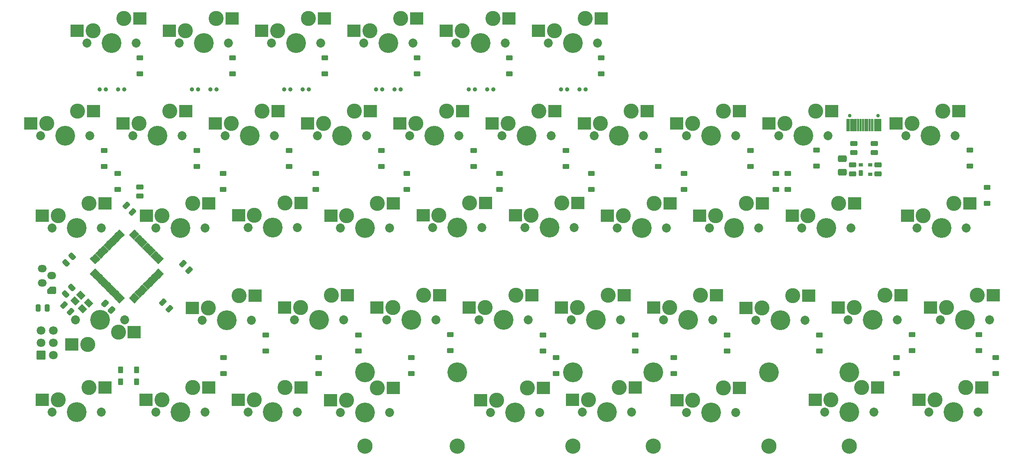
<source format=gbr>
G04 #@! TF.GenerationSoftware,KiCad,Pcbnew,(6.0.1-0)*
G04 #@! TF.CreationDate,2022-03-03T07:40:39-07:00*
G04 #@! TF.ProjectId,qazivan_m,71617a69-7661-46e5-9f6d-2e6b69636164,rev?*
G04 #@! TF.SameCoordinates,Original*
G04 #@! TF.FileFunction,Soldermask,Bot*
G04 #@! TF.FilePolarity,Negative*
%FSLAX46Y46*%
G04 Gerber Fmt 4.6, Leading zero omitted, Abs format (unit mm)*
G04 Created by KiCad (PCBNEW (6.0.1-0)) date 2022-03-03 07:40:39*
%MOMM*%
%LPD*%
G01*
G04 APERTURE LIST*
G04 Aperture macros list*
%AMRoundRect*
0 Rectangle with rounded corners*
0 $1 Rounding radius*
0 $2 $3 $4 $5 $6 $7 $8 $9 X,Y pos of 4 corners*
0 Add a 4 corners polygon primitive as box body*
4,1,4,$2,$3,$4,$5,$6,$7,$8,$9,$2,$3,0*
0 Add four circle primitives for the rounded corners*
1,1,$1+$1,$2,$3*
1,1,$1+$1,$4,$5*
1,1,$1+$1,$6,$7*
1,1,$1+$1,$8,$9*
0 Add four rect primitives between the rounded corners*
20,1,$1+$1,$2,$3,$4,$5,0*
20,1,$1+$1,$4,$5,$6,$7,0*
20,1,$1+$1,$6,$7,$8,$9,0*
20,1,$1+$1,$8,$9,$2,$3,0*%
%AMFreePoly0*
4,1,44,0.059950,0.925020,0.155621,0.905990,0.174005,0.898375,0.255111,0.844182,0.262839,0.837839,0.662836,0.437841,0.662141,0.437146,0.669182,0.430111,0.723375,0.349005,0.730990,0.330621,0.750020,0.234950,0.751000,0.225000,0.751000,-0.625000,0.750020,-0.634950,0.730990,-0.730621,0.723375,-0.749005,0.669182,-0.830111,0.655111,-0.844182,0.574005,-0.898375,0.555621,-0.905990,
0.459950,-0.925020,0.450000,-0.926000,-0.450000,-0.926000,-0.459950,-0.925020,-0.555621,-0.905990,-0.574005,-0.898375,-0.655111,-0.844182,-0.669182,-0.830111,-0.723375,-0.749005,-0.730990,-0.730621,-0.750020,-0.634950,-0.751000,-0.625000,-0.751000,0.625000,-0.750020,0.634950,-0.730990,0.730621,-0.723375,0.749005,-0.669182,0.830111,-0.655111,0.844182,-0.574005,0.898375,-0.555621,0.905990,
-0.459950,0.925020,-0.450000,0.926000,0.050000,0.926000,0.059950,0.925020,0.059950,0.925020,$1*%
G04 Aperture macros list end*
%ADD10C,3.102000*%
%ADD11C,4.089800*%
%ADD12C,1.852000*%
%ADD13RoundRect,0.051000X-1.275000X-1.250000X1.275000X-1.250000X1.275000X1.250000X-1.275000X1.250000X0*%
%ADD14RoundRect,0.051000X1.275000X1.250000X-1.275000X1.250000X-1.275000X-1.250000X1.275000X-1.250000X0*%
%ADD15C,3.150000*%
%ADD16FreePoly0,90.000000*%
%ADD17O,1.852000X1.502000*%
%ADD18C,0.889400*%
%ADD19RoundRect,0.051000X0.600000X-0.450000X0.600000X0.450000X-0.600000X0.450000X-0.600000X-0.450000X0*%
%ADD20RoundRect,0.051000X-0.600000X0.450000X-0.600000X-0.450000X0.600000X-0.450000X0.600000X0.450000X0*%
%ADD21RoundRect,0.051000X0.450000X0.600000X-0.450000X0.600000X-0.450000X-0.600000X0.450000X-0.600000X0*%
%ADD22RoundRect,0.294750X0.243750X0.456250X-0.243750X0.456250X-0.243750X-0.456250X0.243750X-0.456250X0*%
%ADD23C,1.802000*%
%ADD24RoundRect,0.051000X0.850000X0.850000X-0.850000X0.850000X-0.850000X-0.850000X0.850000X-0.850000X0*%
%ADD25RoundRect,0.051000X-0.919239X0.070711X0.070711X-0.919239X0.919239X-0.070711X-0.070711X0.919239X0*%
%ADD26RoundRect,0.294750X-0.494975X-0.150260X-0.150260X-0.494975X0.494975X0.150260X0.150260X0.494975X0*%
%ADD27RoundRect,0.294750X0.494975X0.150260X0.150260X0.494975X-0.494975X-0.150260X-0.150260X-0.494975X0*%
%ADD28RoundRect,0.294750X-0.456250X0.243750X-0.456250X-0.243750X0.456250X-0.243750X0.456250X0.243750X0*%
%ADD29RoundRect,0.051000X0.724784X-0.335876X-0.335876X0.724784X-0.724784X0.335876X0.335876X-0.724784X0*%
%ADD30RoundRect,0.051000X-0.335876X-0.724784X0.724784X0.335876X0.335876X0.724784X-0.724784X-0.335876X0*%
%ADD31RoundRect,0.294750X-0.150260X0.494975X-0.494975X0.150260X0.150260X-0.494975X0.494975X-0.150260X0*%
%ADD32RoundRect,0.294750X0.456250X-0.243750X0.456250X0.243750X-0.456250X0.243750X-0.456250X-0.243750X0*%
%ADD33C,0.752000*%
%ADD34RoundRect,0.051000X-0.300000X-1.225000X0.300000X-1.225000X0.300000X1.225000X-0.300000X1.225000X0*%
%ADD35RoundRect,0.051000X-0.150000X-1.225000X0.150000X-1.225000X0.150000X1.225000X-0.150000X1.225000X0*%
%ADD36RoundRect,0.051000X0.350000X-0.500000X0.350000X0.500000X-0.350000X0.500000X-0.350000X-0.500000X0*%
%ADD37RoundRect,0.051000X0.350000X-0.300000X0.350000X0.300000X-0.350000X0.300000X-0.350000X-0.300000X0*%
%ADD38RoundRect,0.301000X0.625000X-0.375000X0.625000X0.375000X-0.625000X0.375000X-0.625000X-0.375000X0*%
%ADD39RoundRect,0.301000X0.512652X0.159099X0.159099X0.512652X-0.512652X-0.159099X-0.159099X-0.512652X0*%
G04 APERTURE END LIST*
D10*
X47415000Y-56445000D03*
X41065000Y-58985000D03*
D11*
X44875000Y-61525000D03*
D12*
X39795000Y-61525000D03*
X49955000Y-61525000D03*
D13*
X37790000Y-58985000D03*
X50717000Y-56445000D03*
D11*
X63921640Y-61525000D03*
D10*
X60111640Y-58985000D03*
D12*
X58841640Y-61525000D03*
X69001640Y-61525000D03*
D10*
X66461640Y-56445000D03*
D13*
X56836640Y-58985000D03*
X69763640Y-56445000D03*
D10*
X79165000Y-58985000D03*
X85515000Y-56445000D03*
D11*
X82975000Y-61525000D03*
D12*
X77895000Y-61525000D03*
X88055000Y-61525000D03*
D13*
X75890000Y-58985000D03*
X88817000Y-56445000D03*
D10*
X104565000Y-56445000D03*
D12*
X96945000Y-61525000D03*
D10*
X98215000Y-58985000D03*
D12*
X107105000Y-61525000D03*
D11*
X102025000Y-61525000D03*
D13*
X94940000Y-58985000D03*
X107867000Y-56445000D03*
D11*
X121050000Y-61525000D03*
D10*
X123590000Y-56445000D03*
D12*
X126130000Y-61525000D03*
X115970000Y-61525000D03*
D10*
X117240000Y-58985000D03*
D13*
X113965000Y-58985000D03*
X126892000Y-56445000D03*
D12*
X145180000Y-61525000D03*
X135020000Y-61525000D03*
D10*
X136290000Y-58985000D03*
X142640000Y-56445000D03*
D11*
X140100000Y-61525000D03*
D13*
X133015000Y-58985000D03*
X145942000Y-56445000D03*
D11*
X159175000Y-61525000D03*
D10*
X161715000Y-56445000D03*
X155365000Y-58985000D03*
D12*
X164255000Y-61525000D03*
X154095000Y-61525000D03*
D13*
X152090000Y-58985000D03*
X165017000Y-56445000D03*
D10*
X180765000Y-56445000D03*
D11*
X178225000Y-61525000D03*
D10*
X174415000Y-58985000D03*
D12*
X173145000Y-61525000D03*
X183305000Y-61525000D03*
D13*
X171140000Y-58985000D03*
X184067000Y-56445000D03*
D10*
X193465000Y-58985000D03*
D11*
X197275000Y-61525000D03*
D12*
X202355000Y-61525000D03*
X192195000Y-61525000D03*
D10*
X199815000Y-56445000D03*
D13*
X190190000Y-58985000D03*
X203117000Y-56445000D03*
D10*
X219725607Y-58985000D03*
D12*
X228615607Y-61525000D03*
D10*
X226075607Y-56445000D03*
D12*
X218455607Y-61525000D03*
D11*
X223535607Y-61525000D03*
D13*
X216450607Y-58985000D03*
X229377607Y-56445000D03*
D12*
X73780000Y-80575000D03*
D10*
X64890000Y-78035000D03*
D11*
X68700000Y-80575000D03*
D12*
X63620000Y-80575000D03*
D10*
X71240000Y-75495000D03*
D13*
X61615000Y-78035000D03*
X74542000Y-75495000D03*
D10*
X90315000Y-75445000D03*
D12*
X92855000Y-80525000D03*
X82695000Y-80525000D03*
D10*
X83965000Y-77985000D03*
D11*
X87775000Y-80525000D03*
D13*
X80690000Y-77985000D03*
X93617000Y-75445000D03*
D11*
X106800000Y-80575000D03*
D12*
X101720000Y-80575000D03*
X111880000Y-80575000D03*
D10*
X109340000Y-75495000D03*
X102990000Y-78035000D03*
D13*
X99715000Y-78035000D03*
X112642000Y-75495000D03*
D12*
X120770000Y-80525000D03*
D10*
X128390000Y-75445000D03*
D11*
X125850000Y-80525000D03*
D12*
X130930000Y-80525000D03*
D10*
X122040000Y-77985000D03*
D13*
X118765000Y-77985000D03*
X131692000Y-75445000D03*
D11*
X182975000Y-80575000D03*
D10*
X179165000Y-78035000D03*
D12*
X188055000Y-80575000D03*
D10*
X185515000Y-75495000D03*
D12*
X177895000Y-80575000D03*
D13*
X175890000Y-78035000D03*
X188817000Y-75495000D03*
D10*
X204590000Y-75520000D03*
D12*
X207130000Y-80600000D03*
D11*
X202050000Y-80600000D03*
D10*
X198240000Y-78060000D03*
D12*
X196970000Y-80600000D03*
D13*
X194965000Y-78060000D03*
X207892000Y-75520000D03*
D12*
X220780000Y-80575000D03*
D10*
X222050000Y-78035000D03*
X228400000Y-75495000D03*
D11*
X225860000Y-80575000D03*
D12*
X230940000Y-80575000D03*
D13*
X218775000Y-78035000D03*
X231702000Y-75495000D03*
D12*
X57130000Y-99600000D03*
D10*
X49510000Y-104680000D03*
X55860000Y-102140000D03*
D11*
X52050000Y-99600000D03*
D12*
X46970000Y-99600000D03*
D14*
X59135000Y-102140000D03*
X46208000Y-104680000D03*
D12*
X73145000Y-99625000D03*
D11*
X78225000Y-99625000D03*
D10*
X80765000Y-94545000D03*
X74415000Y-97085000D03*
D12*
X83305000Y-99625000D03*
D13*
X71140000Y-97085000D03*
X84067000Y-94545000D03*
D11*
X97300000Y-99600000D03*
D10*
X99840000Y-94520000D03*
X93490000Y-97060000D03*
D12*
X92220000Y-99600000D03*
X102380000Y-99600000D03*
D13*
X90215000Y-97060000D03*
X103142000Y-94520000D03*
D12*
X121405000Y-99593400D03*
D11*
X116325000Y-99593400D03*
D10*
X112515000Y-97053400D03*
D12*
X111245000Y-99593400D03*
D10*
X118865000Y-94513400D03*
D13*
X109240000Y-97053400D03*
X122167000Y-94513400D03*
D11*
X135375000Y-99600000D03*
D12*
X130295000Y-99600000D03*
D10*
X131565000Y-97060000D03*
X137915000Y-94520000D03*
D12*
X140455000Y-99600000D03*
D13*
X128290000Y-97060000D03*
X141217000Y-94520000D03*
D11*
X154450000Y-99600000D03*
D10*
X156990000Y-94520000D03*
D12*
X159530000Y-99600000D03*
D10*
X150640000Y-97060000D03*
D12*
X149370000Y-99600000D03*
D13*
X147365000Y-97060000D03*
X160292000Y-94520000D03*
D12*
X178555000Y-99600000D03*
D10*
X176015000Y-94520000D03*
X169665000Y-97060000D03*
D11*
X173475000Y-99600000D03*
D12*
X168395000Y-99600000D03*
D13*
X166390000Y-97060000D03*
X179317000Y-94520000D03*
D12*
X187470000Y-99625000D03*
X197630000Y-99625000D03*
D11*
X192550000Y-99625000D03*
D10*
X195090000Y-94545000D03*
X188740000Y-97085000D03*
D13*
X185465000Y-97085000D03*
X198392000Y-94545000D03*
D12*
X235698796Y-99600000D03*
D10*
X233158796Y-94520000D03*
D11*
X230618796Y-99600000D03*
D12*
X225538796Y-99600000D03*
D10*
X226808796Y-97060000D03*
D13*
X223533796Y-97060000D03*
X236460796Y-94520000D03*
D10*
X43462474Y-116110000D03*
D12*
X52352474Y-118650000D03*
D10*
X49812474Y-113570000D03*
D12*
X42192474Y-118650000D03*
D11*
X47272474Y-118650000D03*
D13*
X40187474Y-116110000D03*
X53114474Y-113570000D03*
D12*
X63590000Y-118650000D03*
D11*
X68670000Y-118650000D03*
D12*
X73750000Y-118650000D03*
D10*
X64860000Y-116110000D03*
X71210000Y-113570000D03*
D13*
X61585000Y-116110000D03*
X74512000Y-113570000D03*
D10*
X230794332Y-113570000D03*
X224444332Y-116110000D03*
D11*
X228254332Y-118650000D03*
D12*
X233334332Y-118650000D03*
X223174332Y-118650000D03*
D13*
X221169332Y-116110000D03*
X234096332Y-113570000D03*
D12*
X149980000Y-80550000D03*
D11*
X144900000Y-80550000D03*
D10*
X147440000Y-75470000D03*
X141090000Y-78010000D03*
D12*
X139820000Y-80550000D03*
D13*
X137815000Y-78010000D03*
X150742000Y-75470000D03*
D10*
X43465000Y-78035000D03*
D11*
X47275000Y-80575000D03*
D12*
X52355000Y-80575000D03*
D10*
X49815000Y-75495000D03*
D12*
X42195000Y-80575000D03*
D13*
X40190000Y-78035000D03*
X53117000Y-75495000D03*
D11*
X163925000Y-80575000D03*
D10*
X166465000Y-75495000D03*
D12*
X169005000Y-80575000D03*
D10*
X160115000Y-78035000D03*
D12*
X158845000Y-80575000D03*
D13*
X156840000Y-78035000D03*
X169767000Y-75495000D03*
D12*
X161828632Y-118649450D03*
D11*
X206748532Y-110394450D03*
D15*
X206748532Y-125634450D03*
D10*
X159288632Y-113569450D03*
D11*
X106748732Y-110394450D03*
D12*
X151668632Y-118649450D03*
D10*
X152938632Y-116109450D03*
D15*
X106748732Y-125634450D03*
D11*
X156748632Y-118649450D03*
D13*
X149663632Y-116109450D03*
X162590632Y-113569450D03*
D10*
X90240000Y-113570000D03*
D12*
X92780000Y-118650000D03*
D10*
X83890000Y-116110000D03*
D11*
X87700000Y-118650000D03*
D12*
X82620000Y-118650000D03*
D13*
X80615000Y-116110000D03*
X93542000Y-113570000D03*
D12*
X111855000Y-118725000D03*
X101695000Y-118725000D03*
D10*
X102965000Y-116185000D03*
X109315000Y-113645000D03*
D11*
X106775000Y-118725000D03*
D13*
X99690000Y-116185000D03*
X112617000Y-113645000D03*
D10*
X209340000Y-113570000D03*
D12*
X201720000Y-118650000D03*
D11*
X206800000Y-118650000D03*
D12*
X211880000Y-118650000D03*
D10*
X202990000Y-116110000D03*
D13*
X199715000Y-116110000D03*
X212642000Y-113570000D03*
D11*
X190213000Y-110420000D03*
D12*
X183355000Y-118675000D03*
D10*
X180815000Y-113595000D03*
D15*
X166337000Y-125660000D03*
D11*
X166337000Y-110420000D03*
X178275000Y-118675000D03*
D12*
X173195000Y-118675000D03*
D10*
X174465000Y-116135000D03*
D15*
X190213000Y-125660000D03*
D13*
X171190000Y-116135000D03*
X184117000Y-113595000D03*
D11*
X149698115Y-110445000D03*
D15*
X125822115Y-125685000D03*
D12*
X142840115Y-118700000D03*
D15*
X149698115Y-125685000D03*
D11*
X125822115Y-110445000D03*
D12*
X132680115Y-118700000D03*
D10*
X140300115Y-113620000D03*
D11*
X137760115Y-118700000D03*
D10*
X133950115Y-116160000D03*
D13*
X130675115Y-116160000D03*
X143602115Y-113620000D03*
D16*
X42125000Y-93470000D03*
D17*
X40125000Y-91970000D03*
X42125000Y-90470000D03*
X40125000Y-88970000D03*
D12*
X144610000Y-42460000D03*
X154770000Y-42460000D03*
D10*
X145880000Y-39920000D03*
D11*
X149690000Y-42460000D03*
D10*
X152230000Y-37380000D03*
D13*
X142605000Y-39920000D03*
X155532000Y-37380000D03*
D18*
X109090000Y-51986000D03*
X112900000Y-51986000D03*
X114170000Y-51986000D03*
X110360000Y-51986000D03*
D12*
X49350000Y-42460000D03*
D10*
X56970000Y-37380000D03*
D11*
X54430000Y-42460000D03*
D10*
X50620000Y-39920000D03*
D12*
X59510000Y-42460000D03*
D13*
X47345000Y-39920000D03*
X60272000Y-37380000D03*
D10*
X76020000Y-37380000D03*
X69670000Y-39920000D03*
D12*
X68400000Y-42460000D03*
X78560000Y-42460000D03*
D11*
X73480000Y-42460000D03*
D13*
X66395000Y-39920000D03*
X79322000Y-37380000D03*
D18*
X148490000Y-51990000D03*
X151030000Y-51990000D03*
X147220000Y-51990000D03*
X152300000Y-51990000D03*
X71050000Y-51986000D03*
X72320000Y-51986000D03*
X76130000Y-51986000D03*
X74860000Y-51986000D03*
D11*
X130640000Y-42460000D03*
D12*
X125560000Y-42460000D03*
D10*
X133180000Y-37380000D03*
X126830000Y-39920000D03*
D12*
X135720000Y-42460000D03*
D13*
X123555000Y-39920000D03*
X136482000Y-37380000D03*
D18*
X90070000Y-51986000D03*
X91340000Y-51986000D03*
X95150000Y-51986000D03*
X93880000Y-51986000D03*
D10*
X114130000Y-37380000D03*
D12*
X106510000Y-42460000D03*
X116670000Y-42460000D03*
D10*
X107780000Y-39920000D03*
D11*
X111590000Y-42460000D03*
D13*
X104505000Y-39920000D03*
X117432000Y-37380000D03*
D12*
X216660000Y-99600000D03*
X206500000Y-99600000D03*
D10*
X207770000Y-97060000D03*
D11*
X211580000Y-99600000D03*
D10*
X214120000Y-94520000D03*
D13*
X204495000Y-97060000D03*
X217422000Y-94520000D03*
D18*
X51970000Y-51986000D03*
X57050000Y-51986000D03*
X55780000Y-51986000D03*
X53240000Y-51986000D03*
X128210000Y-51986000D03*
X129480000Y-51986000D03*
X133290000Y-51986000D03*
X132020000Y-51986000D03*
D10*
X88720000Y-39920000D03*
D12*
X87450000Y-42460000D03*
D11*
X92530000Y-42460000D03*
D12*
X97610000Y-42460000D03*
D10*
X95070000Y-37380000D03*
D13*
X85445000Y-39920000D03*
X98372000Y-37380000D03*
D19*
X52975000Y-67875000D03*
X52975000Y-64575000D03*
X72069960Y-67898280D03*
X72069960Y-64598280D03*
X91094560Y-67898280D03*
X91094560Y-64598280D03*
X110149640Y-67898280D03*
X110149640Y-64598280D03*
X129204720Y-67898280D03*
X129204720Y-64598280D03*
X167294560Y-67908440D03*
X167294560Y-64608440D03*
X186350000Y-67875000D03*
X186350000Y-64575000D03*
X199975000Y-67825000D03*
X199975000Y-64525000D03*
X231680000Y-67820000D03*
X231680000Y-64520000D03*
D20*
X194078521Y-69350000D03*
X194078521Y-72650000D03*
X235210000Y-72190000D03*
X235210000Y-75490000D03*
D19*
X86273640Y-105993200D03*
X86273640Y-102693200D03*
X105404920Y-105993200D03*
X105404920Y-102693200D03*
X124409200Y-105947480D03*
X124409200Y-102647480D03*
X143510000Y-105993200D03*
X143510000Y-102693200D03*
X162544760Y-105967800D03*
X162544760Y-102667800D03*
X200619360Y-106028760D03*
X200619360Y-102728760D03*
X233529879Y-105920000D03*
X233529879Y-102620000D03*
D21*
X59620000Y-112390000D03*
X56320000Y-112390000D03*
D20*
X77600000Y-107350000D03*
X77600000Y-110650000D03*
X146207535Y-107350000D03*
X146207535Y-110650000D03*
X237020000Y-107350000D03*
X237020000Y-110650000D03*
D22*
X41137500Y-97100000D03*
X39262500Y-97100000D03*
D23*
X42404576Y-101785802D03*
X39864576Y-101785802D03*
X42404576Y-104325802D03*
X39864576Y-104325802D03*
X42404576Y-106865802D03*
D24*
X39864576Y-106865802D03*
D25*
X48133223Y-94511142D03*
X49688858Y-96066777D03*
X48486777Y-97268858D03*
X46931142Y-95713223D03*
D19*
X181575000Y-105975000D03*
X181575000Y-102675000D03*
D26*
X65077087Y-95967087D03*
X66402913Y-97292913D03*
D27*
X70492913Y-89342913D03*
X69167087Y-88017087D03*
D28*
X60290000Y-72120747D03*
X60290000Y-73995747D03*
D27*
X45982913Y-97872913D03*
X44657087Y-96547087D03*
D20*
X97210000Y-107350000D03*
X97210000Y-110650000D03*
X216520000Y-107350000D03*
X216520000Y-110650000D03*
X116377956Y-107350000D03*
X116377956Y-110650000D03*
D29*
X64478461Y-89743245D03*
X63912775Y-90308930D03*
X63347090Y-90874615D03*
X62781405Y-91440301D03*
X62215719Y-92005986D03*
X61650034Y-92571672D03*
X61084348Y-93137357D03*
X60518663Y-93703043D03*
X59952977Y-94268728D03*
X59387292Y-94834413D03*
X58821607Y-95400099D03*
D30*
X56417443Y-95400099D03*
X55851758Y-94834413D03*
X55286073Y-94268728D03*
X54720387Y-93703043D03*
X54154702Y-93137357D03*
X53589016Y-92571672D03*
X53023331Y-92005986D03*
X52457645Y-91440301D03*
X51891960Y-90874615D03*
X51326275Y-90308930D03*
X50760589Y-89743245D03*
D29*
X50760589Y-87339081D03*
X51326275Y-86773396D03*
X51891960Y-86207711D03*
X52457645Y-85642025D03*
X53023331Y-85076340D03*
X53589016Y-84510654D03*
X54154702Y-83944969D03*
X54720387Y-83379283D03*
X55286073Y-82813598D03*
X55851758Y-82247913D03*
X56417443Y-81682227D03*
D30*
X58821607Y-81682227D03*
X59387292Y-82247913D03*
X59952977Y-82813598D03*
X60518663Y-83379283D03*
X61084348Y-83944969D03*
X61650034Y-84510654D03*
X62215719Y-85076340D03*
X62781405Y-85642025D03*
X63347090Y-86207711D03*
X63912775Y-86773396D03*
X64478461Y-87339081D03*
D27*
X58802913Y-77282913D03*
X57477087Y-75957087D03*
D31*
X46362913Y-86477087D03*
X45037087Y-87802913D03*
D20*
X170563232Y-107350000D03*
X170563232Y-110650000D03*
D19*
X148260000Y-67870000D03*
X148260000Y-64570000D03*
D32*
X207703412Y-65046820D03*
X207703412Y-63171820D03*
X207479892Y-69456260D03*
X207479892Y-67581260D03*
X212676732Y-69466420D03*
X212676732Y-67591420D03*
X211973652Y-65046820D03*
X211973652Y-63171820D03*
D33*
X206896729Y-57425000D03*
X212676729Y-57425000D03*
D34*
X206561729Y-59370000D03*
X207336729Y-59370000D03*
D35*
X208036729Y-59370000D03*
X208536729Y-59370000D03*
X209036729Y-59370000D03*
X209536729Y-59370000D03*
X210036729Y-59370000D03*
X210536729Y-59370000D03*
X211036729Y-59370000D03*
X211536729Y-59370000D03*
D34*
X212236729Y-59370000D03*
X213011729Y-59370000D03*
D36*
X209126572Y-69278920D03*
D37*
X209126572Y-67578920D03*
X211126572Y-67578920D03*
X211126572Y-69478920D03*
D20*
X55700000Y-69350000D03*
X55700000Y-72650000D03*
X77519327Y-69350000D03*
X77519327Y-72650000D03*
X96593177Y-69350000D03*
X96593177Y-72650000D03*
X115422227Y-69350000D03*
X115422227Y-72650000D03*
X134595938Y-69350000D03*
X134595938Y-72650000D03*
X153539344Y-69350000D03*
X153539344Y-72650000D03*
X172656675Y-69350000D03*
X172656675Y-72650000D03*
X191643562Y-69350000D03*
X191643562Y-72650000D03*
D38*
X205298652Y-69091000D03*
X205298652Y-66291000D03*
D21*
X59640000Y-109880000D03*
X56340000Y-109880000D03*
D31*
X46262913Y-92917087D03*
X44937087Y-94242913D03*
D19*
X98480000Y-48770000D03*
X98480000Y-45470000D03*
X219710000Y-105920000D03*
X219710000Y-102620000D03*
X60330000Y-48770000D03*
X60330000Y-45470000D03*
X117550000Y-48770000D03*
X117550000Y-45470000D03*
X79410000Y-48770000D03*
X79410000Y-45470000D03*
D39*
X54431751Y-97561751D03*
X53088249Y-96218249D03*
D19*
X136550000Y-48770000D03*
X136550000Y-45470000D03*
X155520000Y-48770000D03*
X155520000Y-45470000D03*
G36*
X56627637Y-94503189D02*
G01*
X56628280Y-94504303D01*
X56631516Y-94520571D01*
X56633571Y-94520162D01*
X56635465Y-94520805D01*
X56635953Y-94521945D01*
X56637984Y-94544552D01*
X56680489Y-94599231D01*
X56730247Y-94616765D01*
X56731548Y-94618284D01*
X56731544Y-94619041D01*
X56731285Y-94620341D01*
X56747553Y-94623577D01*
X56749057Y-94624896D01*
X56748667Y-94626858D01*
X56747553Y-94627501D01*
X56734581Y-94630081D01*
X56718530Y-94640806D01*
X55658150Y-95701186D01*
X55647425Y-95717237D01*
X55644845Y-95730209D01*
X55643526Y-95731713D01*
X55641564Y-95731323D01*
X55640921Y-95730209D01*
X55637685Y-95713941D01*
X55635630Y-95714350D01*
X55633736Y-95713707D01*
X55633248Y-95712567D01*
X55631217Y-95689960D01*
X55588712Y-95635281D01*
X55538954Y-95617747D01*
X55537653Y-95616228D01*
X55537657Y-95615471D01*
X55537916Y-95614171D01*
X55521648Y-95610935D01*
X55520144Y-95609616D01*
X55520534Y-95607654D01*
X55521648Y-95607011D01*
X55534620Y-95604431D01*
X55550671Y-95593706D01*
X56611051Y-94533326D01*
X56621776Y-94517275D01*
X56624356Y-94504303D01*
X56625675Y-94502799D01*
X56627637Y-94503189D01*
G37*
G36*
X58614051Y-94503189D02*
G01*
X58614694Y-94504303D01*
X58617274Y-94517275D01*
X58627999Y-94533326D01*
X59688379Y-95593706D01*
X59704430Y-95604431D01*
X59717402Y-95607011D01*
X59718906Y-95608330D01*
X59718516Y-95610292D01*
X59717402Y-95610935D01*
X59701134Y-95614171D01*
X59701543Y-95616223D01*
X59700900Y-95618117D01*
X59699760Y-95618605D01*
X59677177Y-95620630D01*
X59622490Y-95663125D01*
X59604937Y-95712902D01*
X59603418Y-95714203D01*
X59602661Y-95714199D01*
X59601365Y-95713941D01*
X59598129Y-95730209D01*
X59596810Y-95731713D01*
X59594848Y-95731323D01*
X59594205Y-95730209D01*
X59591625Y-95717237D01*
X59580900Y-95701186D01*
X58520520Y-94640806D01*
X58504469Y-94630081D01*
X58491497Y-94627501D01*
X58489993Y-94626182D01*
X58490383Y-94624220D01*
X58491497Y-94623577D01*
X58507765Y-94620341D01*
X58507356Y-94618289D01*
X58507999Y-94616395D01*
X58509139Y-94615907D01*
X58531722Y-94613882D01*
X58586409Y-94571387D01*
X58603962Y-94521610D01*
X58605481Y-94520309D01*
X58606238Y-94520313D01*
X58607534Y-94520571D01*
X58610770Y-94504303D01*
X58612089Y-94502799D01*
X58614051Y-94503189D01*
G37*
G36*
X59179736Y-93937504D02*
G01*
X59180379Y-93938618D01*
X59182959Y-93951590D01*
X59193684Y-93967641D01*
X60254064Y-95028021D01*
X60270115Y-95038746D01*
X60283087Y-95041326D01*
X60284591Y-95042645D01*
X60284201Y-95044607D01*
X60283087Y-95045250D01*
X60266819Y-95048486D01*
X60267228Y-95050538D01*
X60266585Y-95052432D01*
X60265445Y-95052920D01*
X60242862Y-95054945D01*
X60188175Y-95097440D01*
X60170622Y-95147216D01*
X60169103Y-95148517D01*
X60168346Y-95148513D01*
X60167050Y-95148255D01*
X60163814Y-95164523D01*
X60162495Y-95166027D01*
X60160533Y-95165637D01*
X60159890Y-95164523D01*
X60157310Y-95151551D01*
X60146585Y-95135500D01*
X59086205Y-94075120D01*
X59070154Y-94064395D01*
X59057182Y-94061815D01*
X59055678Y-94060496D01*
X59056068Y-94058534D01*
X59057182Y-94057891D01*
X59073450Y-94054655D01*
X59073041Y-94052603D01*
X59073684Y-94050709D01*
X59074824Y-94050221D01*
X59097407Y-94048196D01*
X59152094Y-94005701D01*
X59169647Y-93955925D01*
X59171166Y-93954624D01*
X59171923Y-93954628D01*
X59173219Y-93954886D01*
X59176455Y-93938618D01*
X59177774Y-93937114D01*
X59179736Y-93937504D01*
G37*
G36*
X56061952Y-93937504D02*
G01*
X56062595Y-93938618D01*
X56065831Y-93954886D01*
X56067883Y-93954477D01*
X56069777Y-93955120D01*
X56070265Y-93956260D01*
X56072290Y-93978843D01*
X56114785Y-94033530D01*
X56164561Y-94051083D01*
X56165862Y-94052602D01*
X56165858Y-94053359D01*
X56165600Y-94054655D01*
X56181868Y-94057891D01*
X56183372Y-94059210D01*
X56182982Y-94061172D01*
X56181868Y-94061815D01*
X56168896Y-94064395D01*
X56152845Y-94075120D01*
X55092465Y-95135500D01*
X55081740Y-95151551D01*
X55079160Y-95164523D01*
X55077841Y-95166027D01*
X55075879Y-95165637D01*
X55075236Y-95164523D01*
X55072000Y-95148255D01*
X55069948Y-95148664D01*
X55068054Y-95148021D01*
X55067566Y-95146881D01*
X55065541Y-95124298D01*
X55023046Y-95069611D01*
X54973270Y-95052058D01*
X54971969Y-95050539D01*
X54971973Y-95049782D01*
X54972231Y-95048486D01*
X54955963Y-95045250D01*
X54954459Y-95043931D01*
X54954849Y-95041969D01*
X54955963Y-95041326D01*
X54968935Y-95038746D01*
X54984986Y-95028021D01*
X56045366Y-93967641D01*
X56056091Y-93951590D01*
X56058671Y-93938618D01*
X56059990Y-93937114D01*
X56061952Y-93937504D01*
G37*
G36*
X55496266Y-93371819D02*
G01*
X55496909Y-93372933D01*
X55500145Y-93389201D01*
X55502197Y-93388792D01*
X55504091Y-93389435D01*
X55504579Y-93390575D01*
X55506604Y-93413158D01*
X55549099Y-93467845D01*
X55598876Y-93485398D01*
X55600177Y-93486917D01*
X55600173Y-93487674D01*
X55599915Y-93488970D01*
X55616183Y-93492206D01*
X55617687Y-93493525D01*
X55617297Y-93495487D01*
X55616183Y-93496130D01*
X55603211Y-93498710D01*
X55587160Y-93509435D01*
X54526780Y-94569815D01*
X54516055Y-94585866D01*
X54513475Y-94598838D01*
X54512156Y-94600342D01*
X54510194Y-94599952D01*
X54509551Y-94598838D01*
X54506315Y-94582570D01*
X54504263Y-94582979D01*
X54502369Y-94582336D01*
X54501881Y-94581196D01*
X54499856Y-94558613D01*
X54457361Y-94503926D01*
X54407584Y-94486373D01*
X54406283Y-94484854D01*
X54406287Y-94484097D01*
X54406545Y-94482801D01*
X54390277Y-94479565D01*
X54388773Y-94478246D01*
X54389163Y-94476284D01*
X54390277Y-94475641D01*
X54403249Y-94473061D01*
X54419300Y-94462336D01*
X55479680Y-93401956D01*
X55490405Y-93385905D01*
X55492985Y-93372933D01*
X55494304Y-93371429D01*
X55496266Y-93371819D01*
G37*
G36*
X59745422Y-93371819D02*
G01*
X59746065Y-93372933D01*
X59748645Y-93385905D01*
X59759370Y-93401956D01*
X60819750Y-94462336D01*
X60835801Y-94473061D01*
X60848773Y-94475641D01*
X60850277Y-94476960D01*
X60849887Y-94478922D01*
X60848773Y-94479565D01*
X60832505Y-94482801D01*
X60832914Y-94484856D01*
X60832271Y-94486750D01*
X60831131Y-94487238D01*
X60808524Y-94489269D01*
X60753845Y-94531774D01*
X60736311Y-94581532D01*
X60734792Y-94582833D01*
X60734035Y-94582829D01*
X60732735Y-94582570D01*
X60729499Y-94598838D01*
X60728180Y-94600342D01*
X60726218Y-94599952D01*
X60725575Y-94598838D01*
X60722995Y-94585866D01*
X60712270Y-94569815D01*
X59651890Y-93509435D01*
X59635839Y-93498710D01*
X59622867Y-93496130D01*
X59621363Y-93494811D01*
X59621753Y-93492849D01*
X59622867Y-93492206D01*
X59639135Y-93488970D01*
X59638726Y-93486915D01*
X59639369Y-93485021D01*
X59640509Y-93484533D01*
X59663116Y-93482502D01*
X59717795Y-93439997D01*
X59735329Y-93390239D01*
X59736848Y-93388938D01*
X59737605Y-93388942D01*
X59738905Y-93389201D01*
X59742141Y-93372933D01*
X59743460Y-93371429D01*
X59745422Y-93371819D01*
G37*
G36*
X54930581Y-92806133D02*
G01*
X54931224Y-92807247D01*
X54934460Y-92823515D01*
X54936515Y-92823106D01*
X54938409Y-92823749D01*
X54938897Y-92824889D01*
X54940928Y-92847496D01*
X54983433Y-92902175D01*
X55033191Y-92919709D01*
X55034492Y-92921228D01*
X55034488Y-92921985D01*
X55034229Y-92923285D01*
X55050497Y-92926521D01*
X55052001Y-92927840D01*
X55051611Y-92929802D01*
X55050497Y-92930445D01*
X55037525Y-92933025D01*
X55021474Y-92943750D01*
X53961094Y-94004130D01*
X53950369Y-94020181D01*
X53947789Y-94033153D01*
X53946470Y-94034657D01*
X53944508Y-94034267D01*
X53943865Y-94033153D01*
X53940629Y-94016885D01*
X53938574Y-94017294D01*
X53936680Y-94016651D01*
X53936192Y-94015511D01*
X53934161Y-93992904D01*
X53891656Y-93938225D01*
X53841898Y-93920691D01*
X53840597Y-93919172D01*
X53840601Y-93918415D01*
X53840860Y-93917115D01*
X53824592Y-93913879D01*
X53823088Y-93912560D01*
X53823478Y-93910598D01*
X53824592Y-93909955D01*
X53837564Y-93907375D01*
X53853615Y-93896650D01*
X54913995Y-92836270D01*
X54924720Y-92820219D01*
X54927300Y-92807247D01*
X54928619Y-92805743D01*
X54930581Y-92806133D01*
G37*
G36*
X60311107Y-92806133D02*
G01*
X60311750Y-92807247D01*
X60314330Y-92820219D01*
X60325055Y-92836270D01*
X61385435Y-93896650D01*
X61401486Y-93907375D01*
X61414458Y-93909955D01*
X61415962Y-93911274D01*
X61415572Y-93913236D01*
X61414458Y-93913879D01*
X61398190Y-93917115D01*
X61398599Y-93919167D01*
X61397956Y-93921061D01*
X61396816Y-93921549D01*
X61374233Y-93923574D01*
X61319546Y-93966069D01*
X61301993Y-94015846D01*
X61300474Y-94017147D01*
X61299717Y-94017143D01*
X61298421Y-94016885D01*
X61295185Y-94033153D01*
X61293866Y-94034657D01*
X61291904Y-94034267D01*
X61291261Y-94033153D01*
X61288681Y-94020181D01*
X61277956Y-94004130D01*
X60217576Y-92943750D01*
X60201525Y-92933025D01*
X60188553Y-92930445D01*
X60187049Y-92929126D01*
X60187439Y-92927164D01*
X60188553Y-92926521D01*
X60204821Y-92923285D01*
X60204412Y-92921233D01*
X60205055Y-92919339D01*
X60206195Y-92918851D01*
X60228778Y-92916826D01*
X60283465Y-92874331D01*
X60301018Y-92824554D01*
X60302537Y-92823253D01*
X60303294Y-92823257D01*
X60304590Y-92823515D01*
X60307826Y-92807247D01*
X60309145Y-92805743D01*
X60311107Y-92806133D01*
G37*
G36*
X54364895Y-92240448D02*
G01*
X54365538Y-92241562D01*
X54368774Y-92257830D01*
X54370826Y-92257421D01*
X54372720Y-92258064D01*
X54373208Y-92259204D01*
X54375233Y-92281787D01*
X54417728Y-92336474D01*
X54467505Y-92354027D01*
X54468806Y-92355546D01*
X54468802Y-92356303D01*
X54468544Y-92357599D01*
X54484812Y-92360835D01*
X54486316Y-92362154D01*
X54485926Y-92364116D01*
X54484812Y-92364759D01*
X54471840Y-92367339D01*
X54455789Y-92378064D01*
X53395409Y-93438444D01*
X53384684Y-93454495D01*
X53382104Y-93467467D01*
X53380785Y-93468971D01*
X53378823Y-93468581D01*
X53378180Y-93467467D01*
X53374944Y-93451199D01*
X53372892Y-93451608D01*
X53370998Y-93450965D01*
X53370510Y-93449825D01*
X53368485Y-93427242D01*
X53325990Y-93372555D01*
X53276213Y-93355002D01*
X53274912Y-93353483D01*
X53274916Y-93352726D01*
X53275174Y-93351430D01*
X53258906Y-93348194D01*
X53257402Y-93346875D01*
X53257792Y-93344913D01*
X53258906Y-93344270D01*
X53271878Y-93341690D01*
X53287929Y-93330965D01*
X54348309Y-92270585D01*
X54359034Y-92254534D01*
X54361614Y-92241562D01*
X54362933Y-92240058D01*
X54364895Y-92240448D01*
G37*
G36*
X60876793Y-92240448D02*
G01*
X60877436Y-92241562D01*
X60880016Y-92254534D01*
X60890741Y-92270585D01*
X61951121Y-93330965D01*
X61967172Y-93341690D01*
X61980144Y-93344270D01*
X61981648Y-93345589D01*
X61981258Y-93347551D01*
X61980144Y-93348194D01*
X61963876Y-93351430D01*
X61964285Y-93353485D01*
X61963642Y-93355379D01*
X61962502Y-93355867D01*
X61939895Y-93357898D01*
X61885216Y-93400403D01*
X61867682Y-93450161D01*
X61866163Y-93451462D01*
X61865406Y-93451458D01*
X61864106Y-93451199D01*
X61860870Y-93467467D01*
X61859551Y-93468971D01*
X61857589Y-93468581D01*
X61856946Y-93467467D01*
X61854366Y-93454495D01*
X61843641Y-93438444D01*
X60783261Y-92378064D01*
X60767210Y-92367339D01*
X60754238Y-92364759D01*
X60752734Y-92363440D01*
X60753124Y-92361478D01*
X60754238Y-92360835D01*
X60770506Y-92357599D01*
X60770097Y-92355544D01*
X60770740Y-92353650D01*
X60771880Y-92353162D01*
X60794487Y-92351131D01*
X60849166Y-92308626D01*
X60866700Y-92258868D01*
X60868219Y-92257567D01*
X60868976Y-92257571D01*
X60870276Y-92257830D01*
X60873512Y-92241562D01*
X60874831Y-92240058D01*
X60876793Y-92240448D01*
G37*
G36*
X61442478Y-91674762D02*
G01*
X61443121Y-91675876D01*
X61445701Y-91688848D01*
X61456426Y-91704899D01*
X62516806Y-92765279D01*
X62532857Y-92776004D01*
X62545829Y-92778584D01*
X62547333Y-92779903D01*
X62546943Y-92781865D01*
X62545829Y-92782508D01*
X62529561Y-92785744D01*
X62529970Y-92787796D01*
X62529327Y-92789690D01*
X62528187Y-92790178D01*
X62505604Y-92792203D01*
X62450917Y-92834698D01*
X62433364Y-92884475D01*
X62431845Y-92885776D01*
X62431088Y-92885772D01*
X62429792Y-92885514D01*
X62426556Y-92901782D01*
X62425237Y-92903286D01*
X62423275Y-92902896D01*
X62422632Y-92901782D01*
X62420052Y-92888810D01*
X62409327Y-92872759D01*
X61348947Y-91812379D01*
X61332896Y-91801654D01*
X61319924Y-91799074D01*
X61318420Y-91797755D01*
X61318810Y-91795793D01*
X61319924Y-91795150D01*
X61336192Y-91791914D01*
X61335783Y-91789862D01*
X61336426Y-91787968D01*
X61337566Y-91787480D01*
X61360149Y-91785455D01*
X61414836Y-91742960D01*
X61432389Y-91693183D01*
X61433908Y-91691882D01*
X61434665Y-91691886D01*
X61435961Y-91692144D01*
X61439197Y-91675876D01*
X61440516Y-91674372D01*
X61442478Y-91674762D01*
G37*
G36*
X53799210Y-91674762D02*
G01*
X53799853Y-91675876D01*
X53803089Y-91692144D01*
X53805144Y-91691735D01*
X53807038Y-91692378D01*
X53807526Y-91693518D01*
X53809557Y-91716125D01*
X53852062Y-91770804D01*
X53901820Y-91788338D01*
X53903121Y-91789857D01*
X53903117Y-91790614D01*
X53902858Y-91791914D01*
X53919126Y-91795150D01*
X53920630Y-91796469D01*
X53920240Y-91798431D01*
X53919126Y-91799074D01*
X53906154Y-91801654D01*
X53890103Y-91812379D01*
X52829723Y-92872759D01*
X52818998Y-92888810D01*
X52816418Y-92901782D01*
X52815099Y-92903286D01*
X52813137Y-92902896D01*
X52812494Y-92901782D01*
X52809258Y-92885514D01*
X52807203Y-92885923D01*
X52805309Y-92885280D01*
X52804821Y-92884140D01*
X52802790Y-92861533D01*
X52760285Y-92806854D01*
X52710527Y-92789320D01*
X52709226Y-92787801D01*
X52709230Y-92787044D01*
X52709489Y-92785744D01*
X52693221Y-92782508D01*
X52691717Y-92781189D01*
X52692107Y-92779227D01*
X52693221Y-92778584D01*
X52706193Y-92776004D01*
X52722244Y-92765279D01*
X53782624Y-91704899D01*
X53793349Y-91688848D01*
X53795929Y-91675876D01*
X53797248Y-91674372D01*
X53799210Y-91674762D01*
G37*
G36*
X62008164Y-91109077D02*
G01*
X62008807Y-91110191D01*
X62011387Y-91123163D01*
X62022112Y-91139214D01*
X63082492Y-92199594D01*
X63098543Y-92210319D01*
X63111515Y-92212899D01*
X63113019Y-92214218D01*
X63112629Y-92216180D01*
X63111515Y-92216823D01*
X63095247Y-92220059D01*
X63095656Y-92222114D01*
X63095013Y-92224008D01*
X63093873Y-92224496D01*
X63071266Y-92226527D01*
X63016587Y-92269032D01*
X62999053Y-92318790D01*
X62997534Y-92320091D01*
X62996777Y-92320087D01*
X62995477Y-92319828D01*
X62992241Y-92336096D01*
X62990922Y-92337600D01*
X62988960Y-92337210D01*
X62988317Y-92336096D01*
X62985737Y-92323124D01*
X62975012Y-92307073D01*
X61914632Y-91246693D01*
X61898581Y-91235968D01*
X61885609Y-91233388D01*
X61884105Y-91232069D01*
X61884495Y-91230107D01*
X61885609Y-91229464D01*
X61901877Y-91226228D01*
X61901468Y-91224173D01*
X61902111Y-91222279D01*
X61903251Y-91221791D01*
X61925858Y-91219760D01*
X61980537Y-91177255D01*
X61998071Y-91127497D01*
X61999590Y-91126196D01*
X62000347Y-91126200D01*
X62001647Y-91126459D01*
X62004883Y-91110191D01*
X62006202Y-91108687D01*
X62008164Y-91109077D01*
G37*
G36*
X53233524Y-91109077D02*
G01*
X53234167Y-91110191D01*
X53237403Y-91126459D01*
X53239455Y-91126050D01*
X53241349Y-91126693D01*
X53241837Y-91127833D01*
X53243862Y-91150416D01*
X53286357Y-91205103D01*
X53336134Y-91222656D01*
X53337435Y-91224175D01*
X53337431Y-91224932D01*
X53337173Y-91226228D01*
X53353441Y-91229464D01*
X53354945Y-91230783D01*
X53354555Y-91232745D01*
X53353441Y-91233388D01*
X53340469Y-91235968D01*
X53324418Y-91246693D01*
X52264038Y-92307073D01*
X52253313Y-92323124D01*
X52250733Y-92336096D01*
X52249414Y-92337600D01*
X52247452Y-92337210D01*
X52246809Y-92336096D01*
X52243573Y-92319828D01*
X52241521Y-92320237D01*
X52239627Y-92319594D01*
X52239139Y-92318454D01*
X52237114Y-92295871D01*
X52194619Y-92241184D01*
X52144842Y-92223631D01*
X52143541Y-92222112D01*
X52143545Y-92221355D01*
X52143803Y-92220059D01*
X52127535Y-92216823D01*
X52126031Y-92215504D01*
X52126421Y-92213542D01*
X52127535Y-92212899D01*
X52140507Y-92210319D01*
X52156558Y-92199594D01*
X53216938Y-91139214D01*
X53227663Y-91123163D01*
X53230243Y-91110191D01*
X53231562Y-91108687D01*
X53233524Y-91109077D01*
G37*
G36*
X52667839Y-90543391D02*
G01*
X52668482Y-90544505D01*
X52671718Y-90560773D01*
X52673773Y-90560364D01*
X52675667Y-90561007D01*
X52676155Y-90562147D01*
X52678186Y-90584754D01*
X52720691Y-90639433D01*
X52770449Y-90656967D01*
X52771750Y-90658486D01*
X52771746Y-90659243D01*
X52771487Y-90660543D01*
X52787755Y-90663779D01*
X52789259Y-90665098D01*
X52788869Y-90667060D01*
X52787755Y-90667703D01*
X52774783Y-90670283D01*
X52758732Y-90681008D01*
X51698352Y-91741388D01*
X51687627Y-91757439D01*
X51685047Y-91770411D01*
X51683728Y-91771915D01*
X51681766Y-91771525D01*
X51681123Y-91770411D01*
X51677887Y-91754143D01*
X51675832Y-91754552D01*
X51673938Y-91753909D01*
X51673450Y-91752769D01*
X51671419Y-91730162D01*
X51628914Y-91675483D01*
X51579156Y-91657949D01*
X51577855Y-91656430D01*
X51577859Y-91655673D01*
X51578118Y-91654373D01*
X51561850Y-91651137D01*
X51560346Y-91649818D01*
X51560736Y-91647856D01*
X51561850Y-91647213D01*
X51574822Y-91644633D01*
X51590873Y-91633908D01*
X52651253Y-90573528D01*
X52661978Y-90557477D01*
X52664558Y-90544505D01*
X52665877Y-90543001D01*
X52667839Y-90543391D01*
G37*
G36*
X62573849Y-90543391D02*
G01*
X62574492Y-90544505D01*
X62577072Y-90557477D01*
X62587797Y-90573528D01*
X63648177Y-91633908D01*
X63664228Y-91644633D01*
X63677200Y-91647213D01*
X63678704Y-91648532D01*
X63678314Y-91650494D01*
X63677200Y-91651137D01*
X63660932Y-91654373D01*
X63661341Y-91656425D01*
X63660698Y-91658319D01*
X63659558Y-91658807D01*
X63636975Y-91660832D01*
X63582288Y-91703327D01*
X63564735Y-91753104D01*
X63563216Y-91754405D01*
X63562459Y-91754401D01*
X63561163Y-91754143D01*
X63557927Y-91770411D01*
X63556608Y-91771915D01*
X63554646Y-91771525D01*
X63554003Y-91770411D01*
X63551423Y-91757439D01*
X63540698Y-91741388D01*
X62480318Y-90681008D01*
X62464267Y-90670283D01*
X62451295Y-90667703D01*
X62449791Y-90666384D01*
X62450181Y-90664422D01*
X62451295Y-90663779D01*
X62467563Y-90660543D01*
X62467154Y-90658491D01*
X62467797Y-90656597D01*
X62468937Y-90656109D01*
X62491520Y-90654084D01*
X62546207Y-90611589D01*
X62563760Y-90561812D01*
X62565279Y-90560511D01*
X62566036Y-90560515D01*
X62567332Y-90560773D01*
X62570568Y-90544505D01*
X62571887Y-90543001D01*
X62573849Y-90543391D01*
G37*
G36*
X63139534Y-89977706D02*
G01*
X63140177Y-89978820D01*
X63142757Y-89991792D01*
X63153482Y-90007843D01*
X64213862Y-91068223D01*
X64229913Y-91078948D01*
X64242885Y-91081528D01*
X64244389Y-91082847D01*
X64243999Y-91084809D01*
X64242885Y-91085452D01*
X64226617Y-91088688D01*
X64227026Y-91090740D01*
X64226383Y-91092634D01*
X64225243Y-91093122D01*
X64202660Y-91095147D01*
X64147973Y-91137642D01*
X64130420Y-91187418D01*
X64128901Y-91188719D01*
X64128144Y-91188715D01*
X64126848Y-91188457D01*
X64123612Y-91204725D01*
X64122293Y-91206229D01*
X64120331Y-91205839D01*
X64119688Y-91204725D01*
X64117108Y-91191753D01*
X64106383Y-91175702D01*
X63046003Y-90115322D01*
X63029952Y-90104597D01*
X63016980Y-90102017D01*
X63015476Y-90100698D01*
X63015866Y-90098736D01*
X63016980Y-90098093D01*
X63033248Y-90094857D01*
X63032839Y-90092805D01*
X63033482Y-90090911D01*
X63034622Y-90090423D01*
X63057205Y-90088398D01*
X63111892Y-90045903D01*
X63129445Y-89996127D01*
X63130964Y-89994826D01*
X63131721Y-89994830D01*
X63133017Y-89995088D01*
X63136253Y-89978820D01*
X63137572Y-89977316D01*
X63139534Y-89977706D01*
G37*
G36*
X52102154Y-89977706D02*
G01*
X52102797Y-89978820D01*
X52106033Y-89995088D01*
X52108085Y-89994679D01*
X52109979Y-89995322D01*
X52110467Y-89996462D01*
X52112492Y-90019045D01*
X52154987Y-90073732D01*
X52204763Y-90091285D01*
X52206064Y-90092804D01*
X52206060Y-90093561D01*
X52205802Y-90094857D01*
X52222070Y-90098093D01*
X52223574Y-90099412D01*
X52223184Y-90101374D01*
X52222070Y-90102017D01*
X52209098Y-90104597D01*
X52193047Y-90115322D01*
X51132667Y-91175702D01*
X51121942Y-91191753D01*
X51119362Y-91204725D01*
X51118043Y-91206229D01*
X51116081Y-91205839D01*
X51115438Y-91204725D01*
X51112202Y-91188457D01*
X51110150Y-91188866D01*
X51108256Y-91188223D01*
X51107768Y-91187083D01*
X51105743Y-91164500D01*
X51063248Y-91109813D01*
X51013472Y-91092260D01*
X51012171Y-91090741D01*
X51012175Y-91089984D01*
X51012433Y-91088688D01*
X50996165Y-91085452D01*
X50994661Y-91084133D01*
X50995051Y-91082171D01*
X50996165Y-91081528D01*
X51009137Y-91078948D01*
X51025188Y-91068223D01*
X52085568Y-90007843D01*
X52096293Y-89991792D01*
X52098873Y-89978820D01*
X52100192Y-89977316D01*
X52102154Y-89977706D01*
G37*
G36*
X63705220Y-89412021D02*
G01*
X63705863Y-89413135D01*
X63708443Y-89426107D01*
X63719168Y-89442158D01*
X64779548Y-90502538D01*
X64795599Y-90513263D01*
X64808571Y-90515843D01*
X64810075Y-90517162D01*
X64809685Y-90519124D01*
X64808571Y-90519767D01*
X64792303Y-90523003D01*
X64792712Y-90525058D01*
X64792069Y-90526952D01*
X64790929Y-90527440D01*
X64768322Y-90529471D01*
X64713643Y-90571976D01*
X64696109Y-90621734D01*
X64694590Y-90623035D01*
X64693833Y-90623031D01*
X64692533Y-90622772D01*
X64689297Y-90639040D01*
X64687978Y-90640544D01*
X64686016Y-90640154D01*
X64685373Y-90639040D01*
X64682793Y-90626068D01*
X64672068Y-90610017D01*
X63611688Y-89549637D01*
X63595637Y-89538912D01*
X63582665Y-89536332D01*
X63581161Y-89535013D01*
X63581551Y-89533051D01*
X63582665Y-89532408D01*
X63598933Y-89529172D01*
X63598524Y-89527117D01*
X63599167Y-89525223D01*
X63600307Y-89524735D01*
X63622914Y-89522704D01*
X63677593Y-89480199D01*
X63695127Y-89430441D01*
X63696646Y-89429140D01*
X63697403Y-89429144D01*
X63698703Y-89429403D01*
X63701939Y-89413135D01*
X63703258Y-89411631D01*
X63705220Y-89412021D01*
G37*
G36*
X51536468Y-89412021D02*
G01*
X51537111Y-89413135D01*
X51540347Y-89429403D01*
X51542399Y-89428994D01*
X51544293Y-89429637D01*
X51544781Y-89430777D01*
X51546806Y-89453360D01*
X51589301Y-89508047D01*
X51639078Y-89525600D01*
X51640379Y-89527119D01*
X51640375Y-89527876D01*
X51640117Y-89529172D01*
X51656385Y-89532408D01*
X51657889Y-89533727D01*
X51657499Y-89535689D01*
X51656385Y-89536332D01*
X51643413Y-89538912D01*
X51627362Y-89549637D01*
X50566982Y-90610017D01*
X50556257Y-90626068D01*
X50553677Y-90639040D01*
X50552358Y-90640544D01*
X50550396Y-90640154D01*
X50549753Y-90639040D01*
X50546517Y-90622772D01*
X50544465Y-90623181D01*
X50542571Y-90622538D01*
X50542083Y-90621398D01*
X50540058Y-90598815D01*
X50497563Y-90544128D01*
X50447786Y-90526575D01*
X50446485Y-90525056D01*
X50446489Y-90524299D01*
X50446747Y-90523003D01*
X50430479Y-90519767D01*
X50428975Y-90518448D01*
X50429365Y-90516486D01*
X50430479Y-90515843D01*
X50443451Y-90513263D01*
X50459502Y-90502538D01*
X51519882Y-89442158D01*
X51530607Y-89426107D01*
X51533187Y-89413135D01*
X51534506Y-89411631D01*
X51536468Y-89412021D01*
G37*
G36*
X64688654Y-86442172D02*
G01*
X64689297Y-86443286D01*
X64692533Y-86459554D01*
X64694585Y-86459145D01*
X64696479Y-86459788D01*
X64696967Y-86460928D01*
X64698992Y-86483511D01*
X64741487Y-86538198D01*
X64791264Y-86555751D01*
X64792565Y-86557270D01*
X64792561Y-86558027D01*
X64792303Y-86559323D01*
X64808571Y-86562559D01*
X64810075Y-86563878D01*
X64809685Y-86565840D01*
X64808571Y-86566483D01*
X64795599Y-86569063D01*
X64779548Y-86579788D01*
X63719168Y-87640168D01*
X63708443Y-87656219D01*
X63705863Y-87669191D01*
X63704544Y-87670695D01*
X63702582Y-87670305D01*
X63701939Y-87669191D01*
X63698703Y-87652923D01*
X63696651Y-87653332D01*
X63694757Y-87652689D01*
X63694269Y-87651549D01*
X63692244Y-87628966D01*
X63649749Y-87574279D01*
X63599972Y-87556726D01*
X63598671Y-87555207D01*
X63598675Y-87554450D01*
X63598933Y-87553154D01*
X63582665Y-87549918D01*
X63581161Y-87548599D01*
X63581551Y-87546637D01*
X63582665Y-87545994D01*
X63595637Y-87543414D01*
X63611688Y-87532689D01*
X64672068Y-86472309D01*
X64682793Y-86456258D01*
X64685373Y-86443286D01*
X64686692Y-86441782D01*
X64688654Y-86442172D01*
G37*
G36*
X50553034Y-86442172D02*
G01*
X50553677Y-86443286D01*
X50556257Y-86456258D01*
X50566982Y-86472309D01*
X51627362Y-87532689D01*
X51643413Y-87543414D01*
X51656385Y-87545994D01*
X51657889Y-87547313D01*
X51657499Y-87549275D01*
X51656385Y-87549918D01*
X51640117Y-87553154D01*
X51640526Y-87555209D01*
X51639883Y-87557103D01*
X51638743Y-87557591D01*
X51616136Y-87559622D01*
X51561457Y-87602127D01*
X51543923Y-87651885D01*
X51542404Y-87653186D01*
X51541647Y-87653182D01*
X51540347Y-87652923D01*
X51537111Y-87669191D01*
X51535792Y-87670695D01*
X51533830Y-87670305D01*
X51533187Y-87669191D01*
X51530607Y-87656219D01*
X51519882Y-87640168D01*
X50459502Y-86579788D01*
X50443451Y-86569063D01*
X50430479Y-86566483D01*
X50428975Y-86565164D01*
X50429365Y-86563202D01*
X50430479Y-86562559D01*
X50446747Y-86559323D01*
X50446338Y-86557268D01*
X50446981Y-86555374D01*
X50448121Y-86554886D01*
X50470728Y-86552855D01*
X50525407Y-86510350D01*
X50542941Y-86460592D01*
X50544460Y-86459291D01*
X50545217Y-86459295D01*
X50546517Y-86459554D01*
X50549753Y-86443286D01*
X50551072Y-86441782D01*
X50553034Y-86442172D01*
G37*
G36*
X51118719Y-85876487D02*
G01*
X51119362Y-85877601D01*
X51121942Y-85890573D01*
X51132667Y-85906624D01*
X52193047Y-86967004D01*
X52209098Y-86977729D01*
X52222070Y-86980309D01*
X52223574Y-86981628D01*
X52223184Y-86983590D01*
X52222070Y-86984233D01*
X52205802Y-86987469D01*
X52206211Y-86989521D01*
X52205568Y-86991415D01*
X52204428Y-86991903D01*
X52181845Y-86993928D01*
X52127158Y-87036423D01*
X52109605Y-87086199D01*
X52108086Y-87087500D01*
X52107329Y-87087496D01*
X52106033Y-87087238D01*
X52102797Y-87103506D01*
X52101478Y-87105010D01*
X52099516Y-87104620D01*
X52098873Y-87103506D01*
X52096293Y-87090534D01*
X52085568Y-87074483D01*
X51025188Y-86014103D01*
X51009137Y-86003378D01*
X50996165Y-86000798D01*
X50994661Y-85999479D01*
X50995051Y-85997517D01*
X50996165Y-85996874D01*
X51012433Y-85993638D01*
X51012024Y-85991586D01*
X51012667Y-85989692D01*
X51013807Y-85989204D01*
X51036390Y-85987179D01*
X51091077Y-85944684D01*
X51108630Y-85894908D01*
X51110149Y-85893607D01*
X51110906Y-85893611D01*
X51112202Y-85893869D01*
X51115438Y-85877601D01*
X51116757Y-85876097D01*
X51118719Y-85876487D01*
G37*
G36*
X64122969Y-85876487D02*
G01*
X64123612Y-85877601D01*
X64126848Y-85893869D01*
X64128900Y-85893460D01*
X64130794Y-85894103D01*
X64131282Y-85895243D01*
X64133307Y-85917826D01*
X64175802Y-85972513D01*
X64225578Y-85990066D01*
X64226879Y-85991585D01*
X64226875Y-85992342D01*
X64226617Y-85993638D01*
X64242885Y-85996874D01*
X64244389Y-85998193D01*
X64243999Y-86000155D01*
X64242885Y-86000798D01*
X64229913Y-86003378D01*
X64213862Y-86014103D01*
X63153482Y-87074483D01*
X63142757Y-87090534D01*
X63140177Y-87103506D01*
X63138858Y-87105010D01*
X63136896Y-87104620D01*
X63136253Y-87103506D01*
X63133017Y-87087238D01*
X63130965Y-87087647D01*
X63129071Y-87087004D01*
X63128583Y-87085864D01*
X63126558Y-87063281D01*
X63084063Y-87008594D01*
X63034287Y-86991041D01*
X63032986Y-86989522D01*
X63032990Y-86988765D01*
X63033248Y-86987469D01*
X63016980Y-86984233D01*
X63015476Y-86982914D01*
X63015866Y-86980952D01*
X63016980Y-86980309D01*
X63029952Y-86977729D01*
X63046003Y-86967004D01*
X64106383Y-85906624D01*
X64117108Y-85890573D01*
X64119688Y-85877601D01*
X64121007Y-85876097D01*
X64122969Y-85876487D01*
G37*
G36*
X51684404Y-85310801D02*
G01*
X51685047Y-85311915D01*
X51687627Y-85324887D01*
X51698352Y-85340938D01*
X52758732Y-86401318D01*
X52774783Y-86412043D01*
X52787755Y-86414623D01*
X52789259Y-86415942D01*
X52788869Y-86417904D01*
X52787755Y-86418547D01*
X52771487Y-86421783D01*
X52771896Y-86423835D01*
X52771253Y-86425729D01*
X52770113Y-86426217D01*
X52747530Y-86428242D01*
X52692843Y-86470737D01*
X52675290Y-86520514D01*
X52673771Y-86521815D01*
X52673014Y-86521811D01*
X52671718Y-86521553D01*
X52668482Y-86537821D01*
X52667163Y-86539325D01*
X52665201Y-86538935D01*
X52664558Y-86537821D01*
X52661978Y-86524849D01*
X52651253Y-86508798D01*
X51590873Y-85448418D01*
X51574822Y-85437693D01*
X51561850Y-85435113D01*
X51560346Y-85433794D01*
X51560736Y-85431832D01*
X51561850Y-85431189D01*
X51578118Y-85427953D01*
X51577709Y-85425901D01*
X51578352Y-85424007D01*
X51579492Y-85423519D01*
X51602075Y-85421494D01*
X51656762Y-85378999D01*
X51674315Y-85329222D01*
X51675834Y-85327921D01*
X51676591Y-85327925D01*
X51677887Y-85328183D01*
X51681123Y-85311915D01*
X51682442Y-85310411D01*
X51684404Y-85310801D01*
G37*
G36*
X63557284Y-85310801D02*
G01*
X63557927Y-85311915D01*
X63561163Y-85328183D01*
X63563218Y-85327774D01*
X63565112Y-85328417D01*
X63565600Y-85329557D01*
X63567631Y-85352164D01*
X63610136Y-85406843D01*
X63659894Y-85424377D01*
X63661195Y-85425896D01*
X63661191Y-85426653D01*
X63660932Y-85427953D01*
X63677200Y-85431189D01*
X63678704Y-85432508D01*
X63678314Y-85434470D01*
X63677200Y-85435113D01*
X63664228Y-85437693D01*
X63648177Y-85448418D01*
X62587797Y-86508798D01*
X62577072Y-86524849D01*
X62574492Y-86537821D01*
X62573173Y-86539325D01*
X62571211Y-86538935D01*
X62570568Y-86537821D01*
X62567332Y-86521553D01*
X62565277Y-86521962D01*
X62563383Y-86521319D01*
X62562895Y-86520179D01*
X62560864Y-86497572D01*
X62518359Y-86442893D01*
X62468601Y-86425359D01*
X62467300Y-86423840D01*
X62467304Y-86423083D01*
X62467563Y-86421783D01*
X62451295Y-86418547D01*
X62449791Y-86417228D01*
X62450181Y-86415266D01*
X62451295Y-86414623D01*
X62464267Y-86412043D01*
X62480318Y-86401318D01*
X63540698Y-85340938D01*
X63551423Y-85324887D01*
X63554003Y-85311915D01*
X63555322Y-85310411D01*
X63557284Y-85310801D01*
G37*
G36*
X52250090Y-84745116D02*
G01*
X52250733Y-84746230D01*
X52253313Y-84759202D01*
X52264038Y-84775253D01*
X53324418Y-85835633D01*
X53340469Y-85846358D01*
X53353441Y-85848938D01*
X53354945Y-85850257D01*
X53354555Y-85852219D01*
X53353441Y-85852862D01*
X53337173Y-85856098D01*
X53337582Y-85858153D01*
X53336939Y-85860047D01*
X53335799Y-85860535D01*
X53313192Y-85862566D01*
X53258513Y-85905071D01*
X53240979Y-85954829D01*
X53239460Y-85956130D01*
X53238703Y-85956126D01*
X53237403Y-85955867D01*
X53234167Y-85972135D01*
X53232848Y-85973639D01*
X53230886Y-85973249D01*
X53230243Y-85972135D01*
X53227663Y-85959163D01*
X53216938Y-85943112D01*
X52156558Y-84882732D01*
X52140507Y-84872007D01*
X52127535Y-84869427D01*
X52126031Y-84868108D01*
X52126421Y-84866146D01*
X52127535Y-84865503D01*
X52143803Y-84862267D01*
X52143394Y-84860212D01*
X52144037Y-84858318D01*
X52145177Y-84857830D01*
X52167784Y-84855799D01*
X52222463Y-84813294D01*
X52239997Y-84763536D01*
X52241516Y-84762235D01*
X52242273Y-84762239D01*
X52243573Y-84762498D01*
X52246809Y-84746230D01*
X52248128Y-84744726D01*
X52250090Y-84745116D01*
G37*
G36*
X62991598Y-84745116D02*
G01*
X62992241Y-84746230D01*
X62995477Y-84762498D01*
X62997529Y-84762089D01*
X62999423Y-84762732D01*
X62999911Y-84763872D01*
X63001936Y-84786455D01*
X63044431Y-84841142D01*
X63094208Y-84858695D01*
X63095509Y-84860214D01*
X63095505Y-84860971D01*
X63095247Y-84862267D01*
X63111515Y-84865503D01*
X63113019Y-84866822D01*
X63112629Y-84868784D01*
X63111515Y-84869427D01*
X63098543Y-84872007D01*
X63082492Y-84882732D01*
X62022112Y-85943112D01*
X62011387Y-85959163D01*
X62008807Y-85972135D01*
X62007488Y-85973639D01*
X62005526Y-85973249D01*
X62004883Y-85972135D01*
X62001647Y-85955867D01*
X61999595Y-85956276D01*
X61997701Y-85955633D01*
X61997213Y-85954493D01*
X61995188Y-85931910D01*
X61952693Y-85877223D01*
X61902916Y-85859670D01*
X61901615Y-85858151D01*
X61901619Y-85857394D01*
X61901877Y-85856098D01*
X61885609Y-85852862D01*
X61884105Y-85851543D01*
X61884495Y-85849581D01*
X61885609Y-85848938D01*
X61898581Y-85846358D01*
X61914632Y-85835633D01*
X62975012Y-84775253D01*
X62985737Y-84759202D01*
X62988317Y-84746230D01*
X62989636Y-84744726D01*
X62991598Y-84745116D01*
G37*
G36*
X62425913Y-84179430D02*
G01*
X62426556Y-84180544D01*
X62429792Y-84196812D01*
X62431847Y-84196403D01*
X62433741Y-84197046D01*
X62434229Y-84198186D01*
X62436260Y-84220793D01*
X62478765Y-84275472D01*
X62528523Y-84293006D01*
X62529824Y-84294525D01*
X62529820Y-84295282D01*
X62529561Y-84296582D01*
X62545829Y-84299818D01*
X62547333Y-84301137D01*
X62546943Y-84303099D01*
X62545829Y-84303742D01*
X62532857Y-84306322D01*
X62516806Y-84317047D01*
X61456426Y-85377427D01*
X61445701Y-85393478D01*
X61443121Y-85406450D01*
X61441802Y-85407954D01*
X61439840Y-85407564D01*
X61439197Y-85406450D01*
X61435961Y-85390182D01*
X61433906Y-85390591D01*
X61432012Y-85389948D01*
X61431524Y-85388808D01*
X61429493Y-85366201D01*
X61386988Y-85311522D01*
X61337230Y-85293988D01*
X61335929Y-85292469D01*
X61335933Y-85291712D01*
X61336192Y-85290412D01*
X61319924Y-85287176D01*
X61318420Y-85285857D01*
X61318810Y-85283895D01*
X61319924Y-85283252D01*
X61332896Y-85280672D01*
X61348947Y-85269947D01*
X62409327Y-84209567D01*
X62420052Y-84193516D01*
X62422632Y-84180544D01*
X62423951Y-84179040D01*
X62425913Y-84179430D01*
G37*
G36*
X52815775Y-84179430D02*
G01*
X52816418Y-84180544D01*
X52818998Y-84193516D01*
X52829723Y-84209567D01*
X53890103Y-85269947D01*
X53906154Y-85280672D01*
X53919126Y-85283252D01*
X53920630Y-85284571D01*
X53920240Y-85286533D01*
X53919126Y-85287176D01*
X53902858Y-85290412D01*
X53903267Y-85292464D01*
X53902624Y-85294358D01*
X53901484Y-85294846D01*
X53878901Y-85296871D01*
X53824214Y-85339366D01*
X53806661Y-85389143D01*
X53805142Y-85390444D01*
X53804385Y-85390440D01*
X53803089Y-85390182D01*
X53799853Y-85406450D01*
X53798534Y-85407954D01*
X53796572Y-85407564D01*
X53795929Y-85406450D01*
X53793349Y-85393478D01*
X53782624Y-85377427D01*
X52722244Y-84317047D01*
X52706193Y-84306322D01*
X52693221Y-84303742D01*
X52691717Y-84302423D01*
X52692107Y-84300461D01*
X52693221Y-84299818D01*
X52709489Y-84296582D01*
X52709080Y-84294530D01*
X52709723Y-84292636D01*
X52710863Y-84292148D01*
X52733446Y-84290123D01*
X52788133Y-84247628D01*
X52805686Y-84197851D01*
X52807205Y-84196550D01*
X52807962Y-84196554D01*
X52809258Y-84196812D01*
X52812494Y-84180544D01*
X52813813Y-84179040D01*
X52815775Y-84179430D01*
G37*
G36*
X53381461Y-83613745D02*
G01*
X53382104Y-83614859D01*
X53384684Y-83627831D01*
X53395409Y-83643882D01*
X54455789Y-84704262D01*
X54471840Y-84714987D01*
X54484812Y-84717567D01*
X54486316Y-84718886D01*
X54485926Y-84720848D01*
X54484812Y-84721491D01*
X54468544Y-84724727D01*
X54468953Y-84726782D01*
X54468310Y-84728676D01*
X54467170Y-84729164D01*
X54444563Y-84731195D01*
X54389884Y-84773700D01*
X54372350Y-84823458D01*
X54370831Y-84824759D01*
X54370074Y-84824755D01*
X54368774Y-84824496D01*
X54365538Y-84840764D01*
X54364219Y-84842268D01*
X54362257Y-84841878D01*
X54361614Y-84840764D01*
X54359034Y-84827792D01*
X54348309Y-84811741D01*
X53287929Y-83751361D01*
X53271878Y-83740636D01*
X53258906Y-83738056D01*
X53257402Y-83736737D01*
X53257792Y-83734775D01*
X53258906Y-83734132D01*
X53275174Y-83730896D01*
X53274765Y-83728841D01*
X53275408Y-83726947D01*
X53276548Y-83726459D01*
X53299155Y-83724428D01*
X53353834Y-83681923D01*
X53371368Y-83632165D01*
X53372887Y-83630864D01*
X53373644Y-83630868D01*
X53374944Y-83631127D01*
X53378180Y-83614859D01*
X53379499Y-83613355D01*
X53381461Y-83613745D01*
G37*
G36*
X61860227Y-83613745D02*
G01*
X61860870Y-83614859D01*
X61864106Y-83631127D01*
X61866158Y-83630718D01*
X61868052Y-83631361D01*
X61868540Y-83632501D01*
X61870565Y-83655084D01*
X61913060Y-83709771D01*
X61962837Y-83727324D01*
X61964138Y-83728843D01*
X61964134Y-83729600D01*
X61963876Y-83730896D01*
X61980144Y-83734132D01*
X61981648Y-83735451D01*
X61981258Y-83737413D01*
X61980144Y-83738056D01*
X61967172Y-83740636D01*
X61951121Y-83751361D01*
X60890741Y-84811741D01*
X60880016Y-84827792D01*
X60877436Y-84840764D01*
X60876117Y-84842268D01*
X60874155Y-84841878D01*
X60873512Y-84840764D01*
X60870276Y-84824496D01*
X60868224Y-84824905D01*
X60866330Y-84824262D01*
X60865842Y-84823122D01*
X60863817Y-84800539D01*
X60821322Y-84745852D01*
X60771545Y-84728299D01*
X60770244Y-84726780D01*
X60770248Y-84726023D01*
X60770506Y-84724727D01*
X60754238Y-84721491D01*
X60752734Y-84720172D01*
X60753124Y-84718210D01*
X60754238Y-84717567D01*
X60767210Y-84714987D01*
X60783261Y-84704262D01*
X61843641Y-83643882D01*
X61854366Y-83627831D01*
X61856946Y-83614859D01*
X61858265Y-83613355D01*
X61860227Y-83613745D01*
G37*
G36*
X53947146Y-83048059D02*
G01*
X53947789Y-83049173D01*
X53950369Y-83062145D01*
X53961094Y-83078196D01*
X55021474Y-84138576D01*
X55037525Y-84149301D01*
X55050497Y-84151881D01*
X55052001Y-84153200D01*
X55051611Y-84155162D01*
X55050497Y-84155805D01*
X55034229Y-84159041D01*
X55034638Y-84161093D01*
X55033995Y-84162987D01*
X55032855Y-84163475D01*
X55010272Y-84165500D01*
X54955585Y-84207995D01*
X54938032Y-84257772D01*
X54936513Y-84259073D01*
X54935756Y-84259069D01*
X54934460Y-84258811D01*
X54931224Y-84275079D01*
X54929905Y-84276583D01*
X54927943Y-84276193D01*
X54927300Y-84275079D01*
X54924720Y-84262107D01*
X54913995Y-84246056D01*
X53853615Y-83185676D01*
X53837564Y-83174951D01*
X53824592Y-83172371D01*
X53823088Y-83171052D01*
X53823478Y-83169090D01*
X53824592Y-83168447D01*
X53840860Y-83165211D01*
X53840451Y-83163159D01*
X53841094Y-83161265D01*
X53842234Y-83160777D01*
X53864817Y-83158752D01*
X53919504Y-83116257D01*
X53937057Y-83066480D01*
X53938576Y-83065179D01*
X53939333Y-83065183D01*
X53940629Y-83065441D01*
X53943865Y-83049173D01*
X53945184Y-83047669D01*
X53947146Y-83048059D01*
G37*
G36*
X61294542Y-83048059D02*
G01*
X61295185Y-83049173D01*
X61298421Y-83065441D01*
X61300476Y-83065032D01*
X61302370Y-83065675D01*
X61302858Y-83066815D01*
X61304889Y-83089422D01*
X61347394Y-83144101D01*
X61397152Y-83161635D01*
X61398453Y-83163154D01*
X61398449Y-83163911D01*
X61398190Y-83165211D01*
X61414458Y-83168447D01*
X61415962Y-83169766D01*
X61415572Y-83171728D01*
X61414458Y-83172371D01*
X61401486Y-83174951D01*
X61385435Y-83185676D01*
X60325055Y-84246056D01*
X60314330Y-84262107D01*
X60311750Y-84275079D01*
X60310431Y-84276583D01*
X60308469Y-84276193D01*
X60307826Y-84275079D01*
X60304590Y-84258811D01*
X60302535Y-84259220D01*
X60300641Y-84258577D01*
X60300153Y-84257437D01*
X60298122Y-84234830D01*
X60255617Y-84180151D01*
X60205859Y-84162617D01*
X60204558Y-84161098D01*
X60204562Y-84160341D01*
X60204821Y-84159041D01*
X60188553Y-84155805D01*
X60187049Y-84154486D01*
X60187439Y-84152524D01*
X60188553Y-84151881D01*
X60201525Y-84149301D01*
X60217576Y-84138576D01*
X61277956Y-83078196D01*
X61288681Y-83062145D01*
X61291261Y-83049173D01*
X61292580Y-83047669D01*
X61294542Y-83048059D01*
G37*
G36*
X54512832Y-82482374D02*
G01*
X54513475Y-82483488D01*
X54516055Y-82496460D01*
X54526780Y-82512511D01*
X55587160Y-83572891D01*
X55603211Y-83583616D01*
X55616183Y-83586196D01*
X55617687Y-83587515D01*
X55617297Y-83589477D01*
X55616183Y-83590120D01*
X55599915Y-83593356D01*
X55600324Y-83595411D01*
X55599681Y-83597305D01*
X55598541Y-83597793D01*
X55575934Y-83599824D01*
X55521255Y-83642329D01*
X55503721Y-83692087D01*
X55502202Y-83693388D01*
X55501445Y-83693384D01*
X55500145Y-83693125D01*
X55496909Y-83709393D01*
X55495590Y-83710897D01*
X55493628Y-83710507D01*
X55492985Y-83709393D01*
X55490405Y-83696421D01*
X55479680Y-83680370D01*
X54419300Y-82619990D01*
X54403249Y-82609265D01*
X54390277Y-82606685D01*
X54388773Y-82605366D01*
X54389163Y-82603404D01*
X54390277Y-82602761D01*
X54406545Y-82599525D01*
X54406136Y-82597470D01*
X54406779Y-82595576D01*
X54407919Y-82595088D01*
X54430526Y-82593057D01*
X54485205Y-82550552D01*
X54502739Y-82500794D01*
X54504258Y-82499493D01*
X54505015Y-82499497D01*
X54506315Y-82499756D01*
X54509551Y-82483488D01*
X54510870Y-82481984D01*
X54512832Y-82482374D01*
G37*
G36*
X60728856Y-82482374D02*
G01*
X60729499Y-82483488D01*
X60732735Y-82499756D01*
X60734787Y-82499347D01*
X60736681Y-82499990D01*
X60737169Y-82501130D01*
X60739194Y-82523713D01*
X60781689Y-82578400D01*
X60831466Y-82595953D01*
X60832767Y-82597472D01*
X60832763Y-82598229D01*
X60832505Y-82599525D01*
X60848773Y-82602761D01*
X60850277Y-82604080D01*
X60849887Y-82606042D01*
X60848773Y-82606685D01*
X60835801Y-82609265D01*
X60819750Y-82619990D01*
X59759370Y-83680370D01*
X59748645Y-83696421D01*
X59746065Y-83709393D01*
X59744746Y-83710897D01*
X59742784Y-83710507D01*
X59742141Y-83709393D01*
X59738905Y-83693125D01*
X59736853Y-83693534D01*
X59734959Y-83692891D01*
X59734471Y-83691751D01*
X59732446Y-83669168D01*
X59689951Y-83614481D01*
X59640174Y-83596928D01*
X59638873Y-83595409D01*
X59638877Y-83594652D01*
X59639135Y-83593356D01*
X59622867Y-83590120D01*
X59621363Y-83588801D01*
X59621753Y-83586839D01*
X59622867Y-83586196D01*
X59635839Y-83583616D01*
X59651890Y-83572891D01*
X60712270Y-82512511D01*
X60722995Y-82496460D01*
X60725575Y-82483488D01*
X60726894Y-82481984D01*
X60728856Y-82482374D01*
G37*
G36*
X55078517Y-81916689D02*
G01*
X55079160Y-81917803D01*
X55081740Y-81930775D01*
X55092465Y-81946826D01*
X56152845Y-83007206D01*
X56168896Y-83017931D01*
X56181868Y-83020511D01*
X56183372Y-83021830D01*
X56182982Y-83023792D01*
X56181868Y-83024435D01*
X56165600Y-83027671D01*
X56166009Y-83029723D01*
X56165366Y-83031617D01*
X56164226Y-83032105D01*
X56141643Y-83034130D01*
X56086956Y-83076625D01*
X56069403Y-83126401D01*
X56067884Y-83127702D01*
X56067127Y-83127698D01*
X56065831Y-83127440D01*
X56062595Y-83143708D01*
X56061276Y-83145212D01*
X56059314Y-83144822D01*
X56058671Y-83143708D01*
X56056091Y-83130736D01*
X56045366Y-83114685D01*
X54984986Y-82054305D01*
X54968935Y-82043580D01*
X54955963Y-82041000D01*
X54954459Y-82039681D01*
X54954849Y-82037719D01*
X54955963Y-82037076D01*
X54972231Y-82033840D01*
X54971822Y-82031788D01*
X54972465Y-82029894D01*
X54973605Y-82029406D01*
X54996188Y-82027381D01*
X55050875Y-81984886D01*
X55068428Y-81935110D01*
X55069947Y-81933809D01*
X55070704Y-81933813D01*
X55072000Y-81934071D01*
X55075236Y-81917803D01*
X55076555Y-81916299D01*
X55078517Y-81916689D01*
G37*
G36*
X60163171Y-81916689D02*
G01*
X60163814Y-81917803D01*
X60167050Y-81934071D01*
X60169102Y-81933662D01*
X60170996Y-81934305D01*
X60171484Y-81935445D01*
X60173509Y-81958028D01*
X60216004Y-82012715D01*
X60265780Y-82030268D01*
X60267081Y-82031787D01*
X60267077Y-82032544D01*
X60266819Y-82033840D01*
X60283087Y-82037076D01*
X60284591Y-82038395D01*
X60284201Y-82040357D01*
X60283087Y-82041000D01*
X60270115Y-82043580D01*
X60254064Y-82054305D01*
X59193684Y-83114685D01*
X59182959Y-83130736D01*
X59180379Y-83143708D01*
X59179060Y-83145212D01*
X59177098Y-83144822D01*
X59176455Y-83143708D01*
X59173219Y-83127440D01*
X59171167Y-83127849D01*
X59169273Y-83127206D01*
X59168785Y-83126066D01*
X59166760Y-83103483D01*
X59124265Y-83048796D01*
X59074489Y-83031243D01*
X59073188Y-83029724D01*
X59073192Y-83028967D01*
X59073450Y-83027671D01*
X59057182Y-83024435D01*
X59055678Y-83023116D01*
X59056068Y-83021154D01*
X59057182Y-83020511D01*
X59070154Y-83017931D01*
X59086205Y-83007206D01*
X60146585Y-81946826D01*
X60157310Y-81930775D01*
X60159890Y-81917803D01*
X60161209Y-81916299D01*
X60163171Y-81916689D01*
G37*
G36*
X55644202Y-81351003D02*
G01*
X55644845Y-81352117D01*
X55647425Y-81365089D01*
X55658150Y-81381140D01*
X56718530Y-82441520D01*
X56734581Y-82452245D01*
X56747553Y-82454825D01*
X56749057Y-82456144D01*
X56748667Y-82458106D01*
X56747553Y-82458749D01*
X56731285Y-82461985D01*
X56731694Y-82464037D01*
X56731051Y-82465931D01*
X56729911Y-82466419D01*
X56707328Y-82468444D01*
X56652641Y-82510939D01*
X56635088Y-82560716D01*
X56633569Y-82562017D01*
X56632812Y-82562013D01*
X56631516Y-82561755D01*
X56628280Y-82578023D01*
X56626961Y-82579527D01*
X56624999Y-82579137D01*
X56624356Y-82578023D01*
X56621776Y-82565051D01*
X56611051Y-82549000D01*
X55550671Y-81488620D01*
X55534620Y-81477895D01*
X55521648Y-81475315D01*
X55520144Y-81473996D01*
X55520534Y-81472034D01*
X55521648Y-81471391D01*
X55537916Y-81468155D01*
X55537507Y-81466103D01*
X55538150Y-81464209D01*
X55539290Y-81463721D01*
X55561873Y-81461696D01*
X55616560Y-81419201D01*
X55634113Y-81369424D01*
X55635632Y-81368123D01*
X55636389Y-81368127D01*
X55637685Y-81368385D01*
X55640921Y-81352117D01*
X55642240Y-81350613D01*
X55644202Y-81351003D01*
G37*
G36*
X59597486Y-81351003D02*
G01*
X59598129Y-81352117D01*
X59601365Y-81368385D01*
X59603420Y-81367976D01*
X59605314Y-81368619D01*
X59605802Y-81369759D01*
X59607833Y-81392366D01*
X59650338Y-81447045D01*
X59700096Y-81464579D01*
X59701397Y-81466098D01*
X59701393Y-81466855D01*
X59701134Y-81468155D01*
X59717402Y-81471391D01*
X59718906Y-81472710D01*
X59718516Y-81474672D01*
X59717402Y-81475315D01*
X59704430Y-81477895D01*
X59688379Y-81488620D01*
X58627999Y-82549000D01*
X58617274Y-82565051D01*
X58614694Y-82578023D01*
X58613375Y-82579527D01*
X58611413Y-82579137D01*
X58610770Y-82578023D01*
X58607534Y-82561755D01*
X58605479Y-82562164D01*
X58603585Y-82561521D01*
X58603097Y-82560381D01*
X58601066Y-82537774D01*
X58558561Y-82483095D01*
X58508803Y-82465561D01*
X58507502Y-82464042D01*
X58507506Y-82463285D01*
X58507765Y-82461985D01*
X58491497Y-82458749D01*
X58489993Y-82457430D01*
X58490383Y-82455468D01*
X58491497Y-82454825D01*
X58504469Y-82452245D01*
X58520520Y-82441520D01*
X59580900Y-81381140D01*
X59591625Y-81365089D01*
X59594205Y-81352117D01*
X59595524Y-81350613D01*
X59597486Y-81351003D01*
G37*
G36*
X212687342Y-58100611D02*
G01*
X212687906Y-58102530D01*
X212687073Y-58103721D01*
X212677109Y-58110380D01*
X212666496Y-58126262D01*
X212662729Y-58145199D01*
X212662729Y-60594801D01*
X212666496Y-60613738D01*
X212677109Y-60629620D01*
X212686651Y-60635996D01*
X212687536Y-60637790D01*
X212686425Y-60639453D01*
X212684942Y-60639568D01*
X212626442Y-60621250D01*
X212563059Y-60639861D01*
X212561116Y-60639389D01*
X212560552Y-60637470D01*
X212561385Y-60636279D01*
X212571349Y-60629620D01*
X212581962Y-60613738D01*
X212585729Y-60594801D01*
X212585729Y-58145199D01*
X212581962Y-58126262D01*
X212571349Y-58110380D01*
X212561807Y-58104004D01*
X212560922Y-58102210D01*
X212562033Y-58100547D01*
X212563516Y-58100432D01*
X212622016Y-58118750D01*
X212685399Y-58100139D01*
X212687342Y-58100611D01*
G37*
G36*
X207012342Y-58100611D02*
G01*
X207012906Y-58102530D01*
X207012073Y-58103721D01*
X207002109Y-58110380D01*
X206991496Y-58126262D01*
X206987729Y-58145199D01*
X206987729Y-60594801D01*
X206991496Y-60613738D01*
X207002109Y-60629620D01*
X207011651Y-60635996D01*
X207012536Y-60637790D01*
X207011425Y-60639453D01*
X207009942Y-60639568D01*
X206951442Y-60621250D01*
X206888059Y-60639861D01*
X206886116Y-60639389D01*
X206885552Y-60637470D01*
X206886385Y-60636279D01*
X206896349Y-60629620D01*
X206906962Y-60613738D01*
X206910729Y-60594801D01*
X206910729Y-58145199D01*
X206906962Y-58126262D01*
X206896349Y-58110380D01*
X206886807Y-58104004D01*
X206885922Y-58102210D01*
X206887033Y-58100547D01*
X206888516Y-58100432D01*
X206947016Y-58118750D01*
X207010399Y-58100139D01*
X207012342Y-58100611D01*
G37*
G36*
X211351362Y-58108517D02*
G01*
X211351926Y-58110436D01*
X211351645Y-58111075D01*
X211341496Y-58126263D01*
X211337729Y-58145199D01*
X211337729Y-60594801D01*
X211341496Y-60613738D01*
X211351543Y-60628773D01*
X211351674Y-60630768D01*
X211350011Y-60631880D01*
X211349282Y-60631793D01*
X211288941Y-60612898D01*
X211224039Y-60631955D01*
X211222096Y-60631483D01*
X211221532Y-60629564D01*
X211221813Y-60628925D01*
X211231962Y-60613737D01*
X211235729Y-60594801D01*
X211235729Y-58145199D01*
X211231962Y-58126262D01*
X211221915Y-58111227D01*
X211221784Y-58109232D01*
X211223447Y-58108120D01*
X211224176Y-58108207D01*
X211284517Y-58127102D01*
X211349419Y-58108045D01*
X211351362Y-58108517D01*
G37*
G36*
X210851362Y-58108517D02*
G01*
X210851926Y-58110436D01*
X210851645Y-58111075D01*
X210841496Y-58126263D01*
X210837729Y-58145199D01*
X210837729Y-60594801D01*
X210841496Y-60613738D01*
X210851543Y-60628773D01*
X210851674Y-60630768D01*
X210850011Y-60631880D01*
X210849282Y-60631793D01*
X210788941Y-60612898D01*
X210724039Y-60631955D01*
X210722096Y-60631483D01*
X210721532Y-60629564D01*
X210721813Y-60628925D01*
X210731962Y-60613737D01*
X210735729Y-60594801D01*
X210735729Y-58145199D01*
X210731962Y-58126262D01*
X210721915Y-58111227D01*
X210721784Y-58109232D01*
X210723447Y-58108120D01*
X210724176Y-58108207D01*
X210784517Y-58127102D01*
X210849419Y-58108045D01*
X210851362Y-58108517D01*
G37*
G36*
X208351362Y-58108517D02*
G01*
X208351926Y-58110436D01*
X208351645Y-58111075D01*
X208341496Y-58126263D01*
X208337729Y-58145199D01*
X208337729Y-60594801D01*
X208341496Y-60613738D01*
X208351543Y-60628773D01*
X208351674Y-60630768D01*
X208350011Y-60631880D01*
X208349282Y-60631793D01*
X208288941Y-60612898D01*
X208224039Y-60631955D01*
X208222096Y-60631483D01*
X208221532Y-60629564D01*
X208221813Y-60628925D01*
X208231962Y-60613737D01*
X208235729Y-60594801D01*
X208235729Y-58145199D01*
X208231962Y-58126262D01*
X208221915Y-58111227D01*
X208221784Y-58109232D01*
X208223447Y-58108120D01*
X208224176Y-58108207D01*
X208284517Y-58127102D01*
X208349419Y-58108045D01*
X208351362Y-58108517D01*
G37*
G36*
X209351362Y-58108517D02*
G01*
X209351926Y-58110436D01*
X209351645Y-58111075D01*
X209341496Y-58126263D01*
X209337729Y-58145199D01*
X209337729Y-60594801D01*
X209341496Y-60613738D01*
X209351543Y-60628773D01*
X209351674Y-60630768D01*
X209350011Y-60631880D01*
X209349282Y-60631793D01*
X209288941Y-60612898D01*
X209224039Y-60631955D01*
X209222096Y-60631483D01*
X209221532Y-60629564D01*
X209221813Y-60628925D01*
X209231962Y-60613737D01*
X209235729Y-60594801D01*
X209235729Y-58145199D01*
X209231962Y-58126262D01*
X209221915Y-58111227D01*
X209221784Y-58109232D01*
X209223447Y-58108120D01*
X209224176Y-58108207D01*
X209284517Y-58127102D01*
X209349419Y-58108045D01*
X209351362Y-58108517D01*
G37*
G36*
X210351362Y-58108517D02*
G01*
X210351926Y-58110436D01*
X210351645Y-58111075D01*
X210341496Y-58126263D01*
X210337729Y-58145199D01*
X210337729Y-60594801D01*
X210341496Y-60613738D01*
X210351543Y-60628773D01*
X210351674Y-60630768D01*
X210350011Y-60631880D01*
X210349282Y-60631793D01*
X210288941Y-60612898D01*
X210224039Y-60631955D01*
X210222096Y-60631483D01*
X210221532Y-60629564D01*
X210221813Y-60628925D01*
X210231962Y-60613737D01*
X210235729Y-60594801D01*
X210235729Y-58145199D01*
X210231962Y-58126262D01*
X210221915Y-58111227D01*
X210221784Y-58109232D01*
X210223447Y-58108120D01*
X210224176Y-58108207D01*
X210284517Y-58127102D01*
X210349419Y-58108045D01*
X210351362Y-58108517D01*
G37*
G36*
X209851362Y-58108517D02*
G01*
X209851926Y-58110436D01*
X209851645Y-58111075D01*
X209841496Y-58126263D01*
X209837729Y-58145199D01*
X209837729Y-60594801D01*
X209841496Y-60613738D01*
X209851543Y-60628773D01*
X209851674Y-60630768D01*
X209850011Y-60631880D01*
X209849282Y-60631793D01*
X209788941Y-60612898D01*
X209724039Y-60631955D01*
X209722096Y-60631483D01*
X209721532Y-60629564D01*
X209721813Y-60628925D01*
X209731962Y-60613737D01*
X209735729Y-60594801D01*
X209735729Y-58145199D01*
X209731962Y-58126262D01*
X209721915Y-58111227D01*
X209721784Y-58109232D01*
X209723447Y-58108120D01*
X209724176Y-58108207D01*
X209784517Y-58127102D01*
X209849419Y-58108045D01*
X209851362Y-58108517D01*
G37*
G36*
X208851362Y-58108517D02*
G01*
X208851926Y-58110436D01*
X208851645Y-58111075D01*
X208841496Y-58126263D01*
X208837729Y-58145199D01*
X208837729Y-60594801D01*
X208841496Y-60613738D01*
X208851543Y-60628773D01*
X208851674Y-60630768D01*
X208850011Y-60631880D01*
X208849282Y-60631793D01*
X208788941Y-60612898D01*
X208724039Y-60631955D01*
X208722096Y-60631483D01*
X208721532Y-60629564D01*
X208721813Y-60628925D01*
X208731962Y-60613737D01*
X208735729Y-60594801D01*
X208735729Y-58145199D01*
X208731962Y-58126262D01*
X208721915Y-58111227D01*
X208721784Y-58109232D01*
X208723447Y-58108120D01*
X208724176Y-58108207D01*
X208784517Y-58127102D01*
X208849419Y-58108045D01*
X208851362Y-58108517D01*
G37*
G36*
X211727389Y-58112493D02*
G01*
X211741181Y-58121709D01*
X211742344Y-58119969D01*
X211744138Y-58119084D01*
X211745289Y-58119545D01*
X211762681Y-58134078D01*
X211831399Y-58142704D01*
X211879017Y-58119918D01*
X211881011Y-58120072D01*
X211881543Y-58120611D01*
X211882277Y-58121709D01*
X211896069Y-58112493D01*
X211898065Y-58112362D01*
X211899176Y-58114025D01*
X211898843Y-58115267D01*
X211891496Y-58126262D01*
X211887729Y-58145199D01*
X211887729Y-60594801D01*
X211891496Y-60613738D01*
X211898843Y-60624733D01*
X211898974Y-60626729D01*
X211897311Y-60627840D01*
X211896069Y-60627507D01*
X211882277Y-60618291D01*
X211881114Y-60620031D01*
X211879320Y-60620916D01*
X211878169Y-60620455D01*
X211860777Y-60605922D01*
X211792059Y-60597296D01*
X211744441Y-60620082D01*
X211742447Y-60619928D01*
X211741915Y-60619389D01*
X211741181Y-60618291D01*
X211727389Y-60627507D01*
X211725393Y-60627638D01*
X211724282Y-60625975D01*
X211724615Y-60624733D01*
X211731962Y-60613738D01*
X211735729Y-60594801D01*
X211735729Y-58145199D01*
X211731962Y-58126262D01*
X211724615Y-58115267D01*
X211724484Y-58113271D01*
X211726147Y-58112160D01*
X211727389Y-58112493D01*
G37*
G36*
X207677389Y-58112493D02*
G01*
X207691181Y-58121709D01*
X207692344Y-58119969D01*
X207694138Y-58119084D01*
X207695289Y-58119545D01*
X207712681Y-58134078D01*
X207781399Y-58142704D01*
X207829017Y-58119918D01*
X207831011Y-58120072D01*
X207831543Y-58120611D01*
X207832277Y-58121709D01*
X207846069Y-58112493D01*
X207848065Y-58112362D01*
X207849176Y-58114025D01*
X207848843Y-58115267D01*
X207841496Y-58126262D01*
X207837729Y-58145199D01*
X207837729Y-60594801D01*
X207841496Y-60613738D01*
X207848843Y-60624733D01*
X207848974Y-60626729D01*
X207847311Y-60627840D01*
X207846069Y-60627507D01*
X207832277Y-60618291D01*
X207831114Y-60620031D01*
X207829320Y-60620916D01*
X207828169Y-60620455D01*
X207810777Y-60605922D01*
X207742059Y-60597296D01*
X207694441Y-60620082D01*
X207692447Y-60619928D01*
X207691915Y-60619389D01*
X207691181Y-60618291D01*
X207677389Y-60627507D01*
X207675393Y-60627638D01*
X207674282Y-60625975D01*
X207674615Y-60624733D01*
X207681962Y-60613738D01*
X207685729Y-60594801D01*
X207685729Y-58145199D01*
X207681962Y-58126262D01*
X207674615Y-58115267D01*
X207674484Y-58113271D01*
X207676147Y-58112160D01*
X207677389Y-58112493D01*
G37*
M02*

</source>
